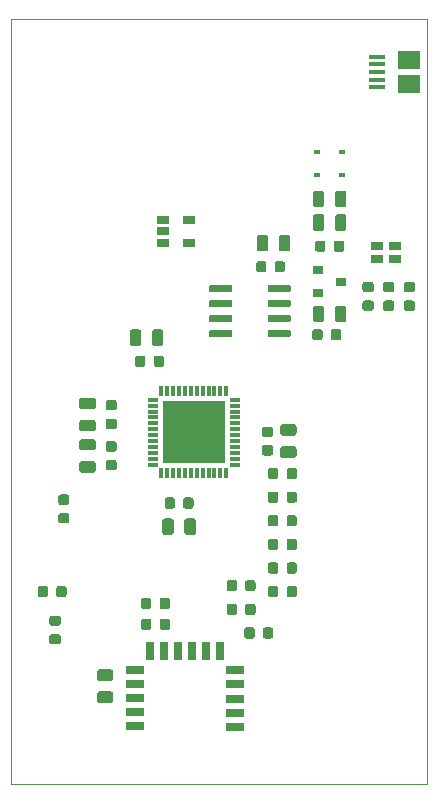
<source format=gtp>
G04 #@! TF.GenerationSoftware,KiCad,Pcbnew,(5.1.5)-3*
G04 #@! TF.CreationDate,2020-05-10T00:15:01-05:00*
G04 #@! TF.ProjectId,PWManager,50574d61-6e61-4676-9572-2e6b69636164,rev?*
G04 #@! TF.SameCoordinates,Original*
G04 #@! TF.FileFunction,Paste,Top*
G04 #@! TF.FilePolarity,Positive*
%FSLAX46Y46*%
G04 Gerber Fmt 4.6, Leading zero omitted, Abs format (unit mm)*
G04 Created by KiCad (PCBNEW (5.1.5)-3) date 2020-05-10 00:15:01*
%MOMM*%
%LPD*%
G04 APERTURE LIST*
%ADD10C,0.050000*%
%ADD11R,0.600000X0.450000*%
%ADD12R,1.060000X0.650000*%
%ADD13C,0.100000*%
%ADD14R,0.900000X0.800000*%
%ADD15R,1.500000X0.700000*%
%ADD16R,0.700000X1.500000*%
%ADD17R,5.250000X5.250000*%
%ADD18R,0.850000X0.300000*%
%ADD19R,0.300000X0.850000*%
%ADD20R,1.900000X1.500000*%
%ADD21R,1.350000X0.400000*%
%ADD22R,1.000000X0.800000*%
G04 APERTURE END LIST*
D10*
X157750000Y-86750000D02*
X157750000Y-22000000D01*
X157750000Y-86750000D02*
X122500000Y-86750000D01*
X122500000Y-86750000D02*
X122500000Y-22000000D01*
X157750000Y-22000000D02*
X122500000Y-22000000D01*
D11*
X148450000Y-35250000D03*
X150550000Y-35250000D03*
X148450000Y-33250000D03*
X150550000Y-33250000D03*
D12*
X137600000Y-39050000D03*
X137600000Y-40950000D03*
X135400000Y-40950000D03*
X135400000Y-40000000D03*
X135400000Y-39050000D03*
D13*
G36*
X143027691Y-71526053D02*
G01*
X143048926Y-71529203D01*
X143069750Y-71534419D01*
X143089962Y-71541651D01*
X143109368Y-71550830D01*
X143127781Y-71561866D01*
X143145024Y-71574654D01*
X143160930Y-71589070D01*
X143175346Y-71604976D01*
X143188134Y-71622219D01*
X143199170Y-71640632D01*
X143208349Y-71660038D01*
X143215581Y-71680250D01*
X143220797Y-71701074D01*
X143223947Y-71722309D01*
X143225000Y-71743750D01*
X143225000Y-72256250D01*
X143223947Y-72277691D01*
X143220797Y-72298926D01*
X143215581Y-72319750D01*
X143208349Y-72339962D01*
X143199170Y-72359368D01*
X143188134Y-72377781D01*
X143175346Y-72395024D01*
X143160930Y-72410930D01*
X143145024Y-72425346D01*
X143127781Y-72438134D01*
X143109368Y-72449170D01*
X143089962Y-72458349D01*
X143069750Y-72465581D01*
X143048926Y-72470797D01*
X143027691Y-72473947D01*
X143006250Y-72475000D01*
X142568750Y-72475000D01*
X142547309Y-72473947D01*
X142526074Y-72470797D01*
X142505250Y-72465581D01*
X142485038Y-72458349D01*
X142465632Y-72449170D01*
X142447219Y-72438134D01*
X142429976Y-72425346D01*
X142414070Y-72410930D01*
X142399654Y-72395024D01*
X142386866Y-72377781D01*
X142375830Y-72359368D01*
X142366651Y-72339962D01*
X142359419Y-72319750D01*
X142354203Y-72298926D01*
X142351053Y-72277691D01*
X142350000Y-72256250D01*
X142350000Y-71743750D01*
X142351053Y-71722309D01*
X142354203Y-71701074D01*
X142359419Y-71680250D01*
X142366651Y-71660038D01*
X142375830Y-71640632D01*
X142386866Y-71622219D01*
X142399654Y-71604976D01*
X142414070Y-71589070D01*
X142429976Y-71574654D01*
X142447219Y-71561866D01*
X142465632Y-71550830D01*
X142485038Y-71541651D01*
X142505250Y-71534419D01*
X142526074Y-71529203D01*
X142547309Y-71526053D01*
X142568750Y-71525000D01*
X143006250Y-71525000D01*
X143027691Y-71526053D01*
G37*
G36*
X141452691Y-71526053D02*
G01*
X141473926Y-71529203D01*
X141494750Y-71534419D01*
X141514962Y-71541651D01*
X141534368Y-71550830D01*
X141552781Y-71561866D01*
X141570024Y-71574654D01*
X141585930Y-71589070D01*
X141600346Y-71604976D01*
X141613134Y-71622219D01*
X141624170Y-71640632D01*
X141633349Y-71660038D01*
X141640581Y-71680250D01*
X141645797Y-71701074D01*
X141648947Y-71722309D01*
X141650000Y-71743750D01*
X141650000Y-72256250D01*
X141648947Y-72277691D01*
X141645797Y-72298926D01*
X141640581Y-72319750D01*
X141633349Y-72339962D01*
X141624170Y-72359368D01*
X141613134Y-72377781D01*
X141600346Y-72395024D01*
X141585930Y-72410930D01*
X141570024Y-72425346D01*
X141552781Y-72438134D01*
X141534368Y-72449170D01*
X141514962Y-72458349D01*
X141494750Y-72465581D01*
X141473926Y-72470797D01*
X141452691Y-72473947D01*
X141431250Y-72475000D01*
X140993750Y-72475000D01*
X140972309Y-72473947D01*
X140951074Y-72470797D01*
X140930250Y-72465581D01*
X140910038Y-72458349D01*
X140890632Y-72449170D01*
X140872219Y-72438134D01*
X140854976Y-72425346D01*
X140839070Y-72410930D01*
X140824654Y-72395024D01*
X140811866Y-72377781D01*
X140800830Y-72359368D01*
X140791651Y-72339962D01*
X140784419Y-72319750D01*
X140779203Y-72298926D01*
X140776053Y-72277691D01*
X140775000Y-72256250D01*
X140775000Y-71743750D01*
X140776053Y-71722309D01*
X140779203Y-71701074D01*
X140784419Y-71680250D01*
X140791651Y-71660038D01*
X140800830Y-71640632D01*
X140811866Y-71622219D01*
X140824654Y-71604976D01*
X140839070Y-71589070D01*
X140854976Y-71574654D01*
X140872219Y-71561866D01*
X140890632Y-71550830D01*
X140910038Y-71541651D01*
X140930250Y-71534419D01*
X140951074Y-71529203D01*
X140972309Y-71526053D01*
X140993750Y-71525000D01*
X141431250Y-71525000D01*
X141452691Y-71526053D01*
G37*
G36*
X144952691Y-68026053D02*
G01*
X144973926Y-68029203D01*
X144994750Y-68034419D01*
X145014962Y-68041651D01*
X145034368Y-68050830D01*
X145052781Y-68061866D01*
X145070024Y-68074654D01*
X145085930Y-68089070D01*
X145100346Y-68104976D01*
X145113134Y-68122219D01*
X145124170Y-68140632D01*
X145133349Y-68160038D01*
X145140581Y-68180250D01*
X145145797Y-68201074D01*
X145148947Y-68222309D01*
X145150000Y-68243750D01*
X145150000Y-68756250D01*
X145148947Y-68777691D01*
X145145797Y-68798926D01*
X145140581Y-68819750D01*
X145133349Y-68839962D01*
X145124170Y-68859368D01*
X145113134Y-68877781D01*
X145100346Y-68895024D01*
X145085930Y-68910930D01*
X145070024Y-68925346D01*
X145052781Y-68938134D01*
X145034368Y-68949170D01*
X145014962Y-68958349D01*
X144994750Y-68965581D01*
X144973926Y-68970797D01*
X144952691Y-68973947D01*
X144931250Y-68975000D01*
X144493750Y-68975000D01*
X144472309Y-68973947D01*
X144451074Y-68970797D01*
X144430250Y-68965581D01*
X144410038Y-68958349D01*
X144390632Y-68949170D01*
X144372219Y-68938134D01*
X144354976Y-68925346D01*
X144339070Y-68910930D01*
X144324654Y-68895024D01*
X144311866Y-68877781D01*
X144300830Y-68859368D01*
X144291651Y-68839962D01*
X144284419Y-68819750D01*
X144279203Y-68798926D01*
X144276053Y-68777691D01*
X144275000Y-68756250D01*
X144275000Y-68243750D01*
X144276053Y-68222309D01*
X144279203Y-68201074D01*
X144284419Y-68180250D01*
X144291651Y-68160038D01*
X144300830Y-68140632D01*
X144311866Y-68122219D01*
X144324654Y-68104976D01*
X144339070Y-68089070D01*
X144354976Y-68074654D01*
X144372219Y-68061866D01*
X144390632Y-68050830D01*
X144410038Y-68041651D01*
X144430250Y-68034419D01*
X144451074Y-68029203D01*
X144472309Y-68026053D01*
X144493750Y-68025000D01*
X144931250Y-68025000D01*
X144952691Y-68026053D01*
G37*
G36*
X146527691Y-68026053D02*
G01*
X146548926Y-68029203D01*
X146569750Y-68034419D01*
X146589962Y-68041651D01*
X146609368Y-68050830D01*
X146627781Y-68061866D01*
X146645024Y-68074654D01*
X146660930Y-68089070D01*
X146675346Y-68104976D01*
X146688134Y-68122219D01*
X146699170Y-68140632D01*
X146708349Y-68160038D01*
X146715581Y-68180250D01*
X146720797Y-68201074D01*
X146723947Y-68222309D01*
X146725000Y-68243750D01*
X146725000Y-68756250D01*
X146723947Y-68777691D01*
X146720797Y-68798926D01*
X146715581Y-68819750D01*
X146708349Y-68839962D01*
X146699170Y-68859368D01*
X146688134Y-68877781D01*
X146675346Y-68895024D01*
X146660930Y-68910930D01*
X146645024Y-68925346D01*
X146627781Y-68938134D01*
X146609368Y-68949170D01*
X146589962Y-68958349D01*
X146569750Y-68965581D01*
X146548926Y-68970797D01*
X146527691Y-68973947D01*
X146506250Y-68975000D01*
X146068750Y-68975000D01*
X146047309Y-68973947D01*
X146026074Y-68970797D01*
X146005250Y-68965581D01*
X145985038Y-68958349D01*
X145965632Y-68949170D01*
X145947219Y-68938134D01*
X145929976Y-68925346D01*
X145914070Y-68910930D01*
X145899654Y-68895024D01*
X145886866Y-68877781D01*
X145875830Y-68859368D01*
X145866651Y-68839962D01*
X145859419Y-68819750D01*
X145854203Y-68798926D01*
X145851053Y-68777691D01*
X145850000Y-68756250D01*
X145850000Y-68243750D01*
X145851053Y-68222309D01*
X145854203Y-68201074D01*
X145859419Y-68180250D01*
X145866651Y-68160038D01*
X145875830Y-68140632D01*
X145886866Y-68122219D01*
X145899654Y-68104976D01*
X145914070Y-68089070D01*
X145929976Y-68074654D01*
X145947219Y-68061866D01*
X145965632Y-68050830D01*
X145985038Y-68041651D01*
X146005250Y-68034419D01*
X146026074Y-68029203D01*
X146047309Y-68026053D01*
X146068750Y-68025000D01*
X146506250Y-68025000D01*
X146527691Y-68026053D01*
G37*
G36*
X144952691Y-64026053D02*
G01*
X144973926Y-64029203D01*
X144994750Y-64034419D01*
X145014962Y-64041651D01*
X145034368Y-64050830D01*
X145052781Y-64061866D01*
X145070024Y-64074654D01*
X145085930Y-64089070D01*
X145100346Y-64104976D01*
X145113134Y-64122219D01*
X145124170Y-64140632D01*
X145133349Y-64160038D01*
X145140581Y-64180250D01*
X145145797Y-64201074D01*
X145148947Y-64222309D01*
X145150000Y-64243750D01*
X145150000Y-64756250D01*
X145148947Y-64777691D01*
X145145797Y-64798926D01*
X145140581Y-64819750D01*
X145133349Y-64839962D01*
X145124170Y-64859368D01*
X145113134Y-64877781D01*
X145100346Y-64895024D01*
X145085930Y-64910930D01*
X145070024Y-64925346D01*
X145052781Y-64938134D01*
X145034368Y-64949170D01*
X145014962Y-64958349D01*
X144994750Y-64965581D01*
X144973926Y-64970797D01*
X144952691Y-64973947D01*
X144931250Y-64975000D01*
X144493750Y-64975000D01*
X144472309Y-64973947D01*
X144451074Y-64970797D01*
X144430250Y-64965581D01*
X144410038Y-64958349D01*
X144390632Y-64949170D01*
X144372219Y-64938134D01*
X144354976Y-64925346D01*
X144339070Y-64910930D01*
X144324654Y-64895024D01*
X144311866Y-64877781D01*
X144300830Y-64859368D01*
X144291651Y-64839962D01*
X144284419Y-64819750D01*
X144279203Y-64798926D01*
X144276053Y-64777691D01*
X144275000Y-64756250D01*
X144275000Y-64243750D01*
X144276053Y-64222309D01*
X144279203Y-64201074D01*
X144284419Y-64180250D01*
X144291651Y-64160038D01*
X144300830Y-64140632D01*
X144311866Y-64122219D01*
X144324654Y-64104976D01*
X144339070Y-64089070D01*
X144354976Y-64074654D01*
X144372219Y-64061866D01*
X144390632Y-64050830D01*
X144410038Y-64041651D01*
X144430250Y-64034419D01*
X144451074Y-64029203D01*
X144472309Y-64026053D01*
X144493750Y-64025000D01*
X144931250Y-64025000D01*
X144952691Y-64026053D01*
G37*
G36*
X146527691Y-64026053D02*
G01*
X146548926Y-64029203D01*
X146569750Y-64034419D01*
X146589962Y-64041651D01*
X146609368Y-64050830D01*
X146627781Y-64061866D01*
X146645024Y-64074654D01*
X146660930Y-64089070D01*
X146675346Y-64104976D01*
X146688134Y-64122219D01*
X146699170Y-64140632D01*
X146708349Y-64160038D01*
X146715581Y-64180250D01*
X146720797Y-64201074D01*
X146723947Y-64222309D01*
X146725000Y-64243750D01*
X146725000Y-64756250D01*
X146723947Y-64777691D01*
X146720797Y-64798926D01*
X146715581Y-64819750D01*
X146708349Y-64839962D01*
X146699170Y-64859368D01*
X146688134Y-64877781D01*
X146675346Y-64895024D01*
X146660930Y-64910930D01*
X146645024Y-64925346D01*
X146627781Y-64938134D01*
X146609368Y-64949170D01*
X146589962Y-64958349D01*
X146569750Y-64965581D01*
X146548926Y-64970797D01*
X146527691Y-64973947D01*
X146506250Y-64975000D01*
X146068750Y-64975000D01*
X146047309Y-64973947D01*
X146026074Y-64970797D01*
X146005250Y-64965581D01*
X145985038Y-64958349D01*
X145965632Y-64949170D01*
X145947219Y-64938134D01*
X145929976Y-64925346D01*
X145914070Y-64910930D01*
X145899654Y-64895024D01*
X145886866Y-64877781D01*
X145875830Y-64859368D01*
X145866651Y-64839962D01*
X145859419Y-64819750D01*
X145854203Y-64798926D01*
X145851053Y-64777691D01*
X145850000Y-64756250D01*
X145850000Y-64243750D01*
X145851053Y-64222309D01*
X145854203Y-64201074D01*
X145859419Y-64180250D01*
X145866651Y-64160038D01*
X145875830Y-64140632D01*
X145886866Y-64122219D01*
X145899654Y-64104976D01*
X145914070Y-64089070D01*
X145929976Y-64074654D01*
X145947219Y-64061866D01*
X145965632Y-64050830D01*
X145985038Y-64041651D01*
X146005250Y-64034419D01*
X146026074Y-64029203D01*
X146047309Y-64026053D01*
X146068750Y-64025000D01*
X146506250Y-64025000D01*
X146527691Y-64026053D01*
G37*
G36*
X144527691Y-73526053D02*
G01*
X144548926Y-73529203D01*
X144569750Y-73534419D01*
X144589962Y-73541651D01*
X144609368Y-73550830D01*
X144627781Y-73561866D01*
X144645024Y-73574654D01*
X144660930Y-73589070D01*
X144675346Y-73604976D01*
X144688134Y-73622219D01*
X144699170Y-73640632D01*
X144708349Y-73660038D01*
X144715581Y-73680250D01*
X144720797Y-73701074D01*
X144723947Y-73722309D01*
X144725000Y-73743750D01*
X144725000Y-74256250D01*
X144723947Y-74277691D01*
X144720797Y-74298926D01*
X144715581Y-74319750D01*
X144708349Y-74339962D01*
X144699170Y-74359368D01*
X144688134Y-74377781D01*
X144675346Y-74395024D01*
X144660930Y-74410930D01*
X144645024Y-74425346D01*
X144627781Y-74438134D01*
X144609368Y-74449170D01*
X144589962Y-74458349D01*
X144569750Y-74465581D01*
X144548926Y-74470797D01*
X144527691Y-74473947D01*
X144506250Y-74475000D01*
X144068750Y-74475000D01*
X144047309Y-74473947D01*
X144026074Y-74470797D01*
X144005250Y-74465581D01*
X143985038Y-74458349D01*
X143965632Y-74449170D01*
X143947219Y-74438134D01*
X143929976Y-74425346D01*
X143914070Y-74410930D01*
X143899654Y-74395024D01*
X143886866Y-74377781D01*
X143875830Y-74359368D01*
X143866651Y-74339962D01*
X143859419Y-74319750D01*
X143854203Y-74298926D01*
X143851053Y-74277691D01*
X143850000Y-74256250D01*
X143850000Y-73743750D01*
X143851053Y-73722309D01*
X143854203Y-73701074D01*
X143859419Y-73680250D01*
X143866651Y-73660038D01*
X143875830Y-73640632D01*
X143886866Y-73622219D01*
X143899654Y-73604976D01*
X143914070Y-73589070D01*
X143929976Y-73574654D01*
X143947219Y-73561866D01*
X143965632Y-73550830D01*
X143985038Y-73541651D01*
X144005250Y-73534419D01*
X144026074Y-73529203D01*
X144047309Y-73526053D01*
X144068750Y-73525000D01*
X144506250Y-73525000D01*
X144527691Y-73526053D01*
G37*
G36*
X142952691Y-73526053D02*
G01*
X142973926Y-73529203D01*
X142994750Y-73534419D01*
X143014962Y-73541651D01*
X143034368Y-73550830D01*
X143052781Y-73561866D01*
X143070024Y-73574654D01*
X143085930Y-73589070D01*
X143100346Y-73604976D01*
X143113134Y-73622219D01*
X143124170Y-73640632D01*
X143133349Y-73660038D01*
X143140581Y-73680250D01*
X143145797Y-73701074D01*
X143148947Y-73722309D01*
X143150000Y-73743750D01*
X143150000Y-74256250D01*
X143148947Y-74277691D01*
X143145797Y-74298926D01*
X143140581Y-74319750D01*
X143133349Y-74339962D01*
X143124170Y-74359368D01*
X143113134Y-74377781D01*
X143100346Y-74395024D01*
X143085930Y-74410930D01*
X143070024Y-74425346D01*
X143052781Y-74438134D01*
X143034368Y-74449170D01*
X143014962Y-74458349D01*
X142994750Y-74465581D01*
X142973926Y-74470797D01*
X142952691Y-74473947D01*
X142931250Y-74475000D01*
X142493750Y-74475000D01*
X142472309Y-74473947D01*
X142451074Y-74470797D01*
X142430250Y-74465581D01*
X142410038Y-74458349D01*
X142390632Y-74449170D01*
X142372219Y-74438134D01*
X142354976Y-74425346D01*
X142339070Y-74410930D01*
X142324654Y-74395024D01*
X142311866Y-74377781D01*
X142300830Y-74359368D01*
X142291651Y-74339962D01*
X142284419Y-74319750D01*
X142279203Y-74298926D01*
X142276053Y-74277691D01*
X142275000Y-74256250D01*
X142275000Y-73743750D01*
X142276053Y-73722309D01*
X142279203Y-73701074D01*
X142284419Y-73680250D01*
X142291651Y-73660038D01*
X142300830Y-73640632D01*
X142311866Y-73622219D01*
X142324654Y-73604976D01*
X142339070Y-73589070D01*
X142354976Y-73574654D01*
X142372219Y-73561866D01*
X142390632Y-73550830D01*
X142410038Y-73541651D01*
X142430250Y-73534419D01*
X142451074Y-73529203D01*
X142472309Y-73526053D01*
X142493750Y-73525000D01*
X142931250Y-73525000D01*
X142952691Y-73526053D01*
G37*
G36*
X146527691Y-70026053D02*
G01*
X146548926Y-70029203D01*
X146569750Y-70034419D01*
X146589962Y-70041651D01*
X146609368Y-70050830D01*
X146627781Y-70061866D01*
X146645024Y-70074654D01*
X146660930Y-70089070D01*
X146675346Y-70104976D01*
X146688134Y-70122219D01*
X146699170Y-70140632D01*
X146708349Y-70160038D01*
X146715581Y-70180250D01*
X146720797Y-70201074D01*
X146723947Y-70222309D01*
X146725000Y-70243750D01*
X146725000Y-70756250D01*
X146723947Y-70777691D01*
X146720797Y-70798926D01*
X146715581Y-70819750D01*
X146708349Y-70839962D01*
X146699170Y-70859368D01*
X146688134Y-70877781D01*
X146675346Y-70895024D01*
X146660930Y-70910930D01*
X146645024Y-70925346D01*
X146627781Y-70938134D01*
X146609368Y-70949170D01*
X146589962Y-70958349D01*
X146569750Y-70965581D01*
X146548926Y-70970797D01*
X146527691Y-70973947D01*
X146506250Y-70975000D01*
X146068750Y-70975000D01*
X146047309Y-70973947D01*
X146026074Y-70970797D01*
X146005250Y-70965581D01*
X145985038Y-70958349D01*
X145965632Y-70949170D01*
X145947219Y-70938134D01*
X145929976Y-70925346D01*
X145914070Y-70910930D01*
X145899654Y-70895024D01*
X145886866Y-70877781D01*
X145875830Y-70859368D01*
X145866651Y-70839962D01*
X145859419Y-70819750D01*
X145854203Y-70798926D01*
X145851053Y-70777691D01*
X145850000Y-70756250D01*
X145850000Y-70243750D01*
X145851053Y-70222309D01*
X145854203Y-70201074D01*
X145859419Y-70180250D01*
X145866651Y-70160038D01*
X145875830Y-70140632D01*
X145886866Y-70122219D01*
X145899654Y-70104976D01*
X145914070Y-70089070D01*
X145929976Y-70074654D01*
X145947219Y-70061866D01*
X145965632Y-70050830D01*
X145985038Y-70041651D01*
X146005250Y-70034419D01*
X146026074Y-70029203D01*
X146047309Y-70026053D01*
X146068750Y-70025000D01*
X146506250Y-70025000D01*
X146527691Y-70026053D01*
G37*
G36*
X144952691Y-70026053D02*
G01*
X144973926Y-70029203D01*
X144994750Y-70034419D01*
X145014962Y-70041651D01*
X145034368Y-70050830D01*
X145052781Y-70061866D01*
X145070024Y-70074654D01*
X145085930Y-70089070D01*
X145100346Y-70104976D01*
X145113134Y-70122219D01*
X145124170Y-70140632D01*
X145133349Y-70160038D01*
X145140581Y-70180250D01*
X145145797Y-70201074D01*
X145148947Y-70222309D01*
X145150000Y-70243750D01*
X145150000Y-70756250D01*
X145148947Y-70777691D01*
X145145797Y-70798926D01*
X145140581Y-70819750D01*
X145133349Y-70839962D01*
X145124170Y-70859368D01*
X145113134Y-70877781D01*
X145100346Y-70895024D01*
X145085930Y-70910930D01*
X145070024Y-70925346D01*
X145052781Y-70938134D01*
X145034368Y-70949170D01*
X145014962Y-70958349D01*
X144994750Y-70965581D01*
X144973926Y-70970797D01*
X144952691Y-70973947D01*
X144931250Y-70975000D01*
X144493750Y-70975000D01*
X144472309Y-70973947D01*
X144451074Y-70970797D01*
X144430250Y-70965581D01*
X144410038Y-70958349D01*
X144390632Y-70949170D01*
X144372219Y-70938134D01*
X144354976Y-70925346D01*
X144339070Y-70910930D01*
X144324654Y-70895024D01*
X144311866Y-70877781D01*
X144300830Y-70859368D01*
X144291651Y-70839962D01*
X144284419Y-70819750D01*
X144279203Y-70798926D01*
X144276053Y-70777691D01*
X144275000Y-70756250D01*
X144275000Y-70243750D01*
X144276053Y-70222309D01*
X144279203Y-70201074D01*
X144284419Y-70180250D01*
X144291651Y-70160038D01*
X144300830Y-70140632D01*
X144311866Y-70122219D01*
X144324654Y-70104976D01*
X144339070Y-70089070D01*
X144354976Y-70074654D01*
X144372219Y-70061866D01*
X144390632Y-70050830D01*
X144410038Y-70041651D01*
X144430250Y-70034419D01*
X144451074Y-70029203D01*
X144472309Y-70026053D01*
X144493750Y-70025000D01*
X144931250Y-70025000D01*
X144952691Y-70026053D01*
G37*
G36*
X146527691Y-60026053D02*
G01*
X146548926Y-60029203D01*
X146569750Y-60034419D01*
X146589962Y-60041651D01*
X146609368Y-60050830D01*
X146627781Y-60061866D01*
X146645024Y-60074654D01*
X146660930Y-60089070D01*
X146675346Y-60104976D01*
X146688134Y-60122219D01*
X146699170Y-60140632D01*
X146708349Y-60160038D01*
X146715581Y-60180250D01*
X146720797Y-60201074D01*
X146723947Y-60222309D01*
X146725000Y-60243750D01*
X146725000Y-60756250D01*
X146723947Y-60777691D01*
X146720797Y-60798926D01*
X146715581Y-60819750D01*
X146708349Y-60839962D01*
X146699170Y-60859368D01*
X146688134Y-60877781D01*
X146675346Y-60895024D01*
X146660930Y-60910930D01*
X146645024Y-60925346D01*
X146627781Y-60938134D01*
X146609368Y-60949170D01*
X146589962Y-60958349D01*
X146569750Y-60965581D01*
X146548926Y-60970797D01*
X146527691Y-60973947D01*
X146506250Y-60975000D01*
X146068750Y-60975000D01*
X146047309Y-60973947D01*
X146026074Y-60970797D01*
X146005250Y-60965581D01*
X145985038Y-60958349D01*
X145965632Y-60949170D01*
X145947219Y-60938134D01*
X145929976Y-60925346D01*
X145914070Y-60910930D01*
X145899654Y-60895024D01*
X145886866Y-60877781D01*
X145875830Y-60859368D01*
X145866651Y-60839962D01*
X145859419Y-60819750D01*
X145854203Y-60798926D01*
X145851053Y-60777691D01*
X145850000Y-60756250D01*
X145850000Y-60243750D01*
X145851053Y-60222309D01*
X145854203Y-60201074D01*
X145859419Y-60180250D01*
X145866651Y-60160038D01*
X145875830Y-60140632D01*
X145886866Y-60122219D01*
X145899654Y-60104976D01*
X145914070Y-60089070D01*
X145929976Y-60074654D01*
X145947219Y-60061866D01*
X145965632Y-60050830D01*
X145985038Y-60041651D01*
X146005250Y-60034419D01*
X146026074Y-60029203D01*
X146047309Y-60026053D01*
X146068750Y-60025000D01*
X146506250Y-60025000D01*
X146527691Y-60026053D01*
G37*
G36*
X144952691Y-60026053D02*
G01*
X144973926Y-60029203D01*
X144994750Y-60034419D01*
X145014962Y-60041651D01*
X145034368Y-60050830D01*
X145052781Y-60061866D01*
X145070024Y-60074654D01*
X145085930Y-60089070D01*
X145100346Y-60104976D01*
X145113134Y-60122219D01*
X145124170Y-60140632D01*
X145133349Y-60160038D01*
X145140581Y-60180250D01*
X145145797Y-60201074D01*
X145148947Y-60222309D01*
X145150000Y-60243750D01*
X145150000Y-60756250D01*
X145148947Y-60777691D01*
X145145797Y-60798926D01*
X145140581Y-60819750D01*
X145133349Y-60839962D01*
X145124170Y-60859368D01*
X145113134Y-60877781D01*
X145100346Y-60895024D01*
X145085930Y-60910930D01*
X145070024Y-60925346D01*
X145052781Y-60938134D01*
X145034368Y-60949170D01*
X145014962Y-60958349D01*
X144994750Y-60965581D01*
X144973926Y-60970797D01*
X144952691Y-60973947D01*
X144931250Y-60975000D01*
X144493750Y-60975000D01*
X144472309Y-60973947D01*
X144451074Y-60970797D01*
X144430250Y-60965581D01*
X144410038Y-60958349D01*
X144390632Y-60949170D01*
X144372219Y-60938134D01*
X144354976Y-60925346D01*
X144339070Y-60910930D01*
X144324654Y-60895024D01*
X144311866Y-60877781D01*
X144300830Y-60859368D01*
X144291651Y-60839962D01*
X144284419Y-60819750D01*
X144279203Y-60798926D01*
X144276053Y-60777691D01*
X144275000Y-60756250D01*
X144275000Y-60243750D01*
X144276053Y-60222309D01*
X144279203Y-60201074D01*
X144284419Y-60180250D01*
X144291651Y-60160038D01*
X144300830Y-60140632D01*
X144311866Y-60122219D01*
X144324654Y-60104976D01*
X144339070Y-60089070D01*
X144354976Y-60074654D01*
X144372219Y-60061866D01*
X144390632Y-60050830D01*
X144410038Y-60041651D01*
X144430250Y-60034419D01*
X144451074Y-60029203D01*
X144472309Y-60026053D01*
X144493750Y-60025000D01*
X144931250Y-60025000D01*
X144952691Y-60026053D01*
G37*
G36*
X135777691Y-71026053D02*
G01*
X135798926Y-71029203D01*
X135819750Y-71034419D01*
X135839962Y-71041651D01*
X135859368Y-71050830D01*
X135877781Y-71061866D01*
X135895024Y-71074654D01*
X135910930Y-71089070D01*
X135925346Y-71104976D01*
X135938134Y-71122219D01*
X135949170Y-71140632D01*
X135958349Y-71160038D01*
X135965581Y-71180250D01*
X135970797Y-71201074D01*
X135973947Y-71222309D01*
X135975000Y-71243750D01*
X135975000Y-71756250D01*
X135973947Y-71777691D01*
X135970797Y-71798926D01*
X135965581Y-71819750D01*
X135958349Y-71839962D01*
X135949170Y-71859368D01*
X135938134Y-71877781D01*
X135925346Y-71895024D01*
X135910930Y-71910930D01*
X135895024Y-71925346D01*
X135877781Y-71938134D01*
X135859368Y-71949170D01*
X135839962Y-71958349D01*
X135819750Y-71965581D01*
X135798926Y-71970797D01*
X135777691Y-71973947D01*
X135756250Y-71975000D01*
X135318750Y-71975000D01*
X135297309Y-71973947D01*
X135276074Y-71970797D01*
X135255250Y-71965581D01*
X135235038Y-71958349D01*
X135215632Y-71949170D01*
X135197219Y-71938134D01*
X135179976Y-71925346D01*
X135164070Y-71910930D01*
X135149654Y-71895024D01*
X135136866Y-71877781D01*
X135125830Y-71859368D01*
X135116651Y-71839962D01*
X135109419Y-71819750D01*
X135104203Y-71798926D01*
X135101053Y-71777691D01*
X135100000Y-71756250D01*
X135100000Y-71243750D01*
X135101053Y-71222309D01*
X135104203Y-71201074D01*
X135109419Y-71180250D01*
X135116651Y-71160038D01*
X135125830Y-71140632D01*
X135136866Y-71122219D01*
X135149654Y-71104976D01*
X135164070Y-71089070D01*
X135179976Y-71074654D01*
X135197219Y-71061866D01*
X135215632Y-71050830D01*
X135235038Y-71041651D01*
X135255250Y-71034419D01*
X135276074Y-71029203D01*
X135297309Y-71026053D01*
X135318750Y-71025000D01*
X135756250Y-71025000D01*
X135777691Y-71026053D01*
G37*
G36*
X134202691Y-71026053D02*
G01*
X134223926Y-71029203D01*
X134244750Y-71034419D01*
X134264962Y-71041651D01*
X134284368Y-71050830D01*
X134302781Y-71061866D01*
X134320024Y-71074654D01*
X134335930Y-71089070D01*
X134350346Y-71104976D01*
X134363134Y-71122219D01*
X134374170Y-71140632D01*
X134383349Y-71160038D01*
X134390581Y-71180250D01*
X134395797Y-71201074D01*
X134398947Y-71222309D01*
X134400000Y-71243750D01*
X134400000Y-71756250D01*
X134398947Y-71777691D01*
X134395797Y-71798926D01*
X134390581Y-71819750D01*
X134383349Y-71839962D01*
X134374170Y-71859368D01*
X134363134Y-71877781D01*
X134350346Y-71895024D01*
X134335930Y-71910930D01*
X134320024Y-71925346D01*
X134302781Y-71938134D01*
X134284368Y-71949170D01*
X134264962Y-71958349D01*
X134244750Y-71965581D01*
X134223926Y-71970797D01*
X134202691Y-71973947D01*
X134181250Y-71975000D01*
X133743750Y-71975000D01*
X133722309Y-71973947D01*
X133701074Y-71970797D01*
X133680250Y-71965581D01*
X133660038Y-71958349D01*
X133640632Y-71949170D01*
X133622219Y-71938134D01*
X133604976Y-71925346D01*
X133589070Y-71910930D01*
X133574654Y-71895024D01*
X133561866Y-71877781D01*
X133550830Y-71859368D01*
X133541651Y-71839962D01*
X133534419Y-71819750D01*
X133529203Y-71798926D01*
X133526053Y-71777691D01*
X133525000Y-71756250D01*
X133525000Y-71243750D01*
X133526053Y-71222309D01*
X133529203Y-71201074D01*
X133534419Y-71180250D01*
X133541651Y-71160038D01*
X133550830Y-71140632D01*
X133561866Y-71122219D01*
X133574654Y-71104976D01*
X133589070Y-71089070D01*
X133604976Y-71074654D01*
X133622219Y-71061866D01*
X133640632Y-71050830D01*
X133660038Y-71041651D01*
X133680250Y-71034419D01*
X133701074Y-71029203D01*
X133722309Y-71026053D01*
X133743750Y-71025000D01*
X134181250Y-71025000D01*
X134202691Y-71026053D01*
G37*
G36*
X156527691Y-45851053D02*
G01*
X156548926Y-45854203D01*
X156569750Y-45859419D01*
X156589962Y-45866651D01*
X156609368Y-45875830D01*
X156627781Y-45886866D01*
X156645024Y-45899654D01*
X156660930Y-45914070D01*
X156675346Y-45929976D01*
X156688134Y-45947219D01*
X156699170Y-45965632D01*
X156708349Y-45985038D01*
X156715581Y-46005250D01*
X156720797Y-46026074D01*
X156723947Y-46047309D01*
X156725000Y-46068750D01*
X156725000Y-46506250D01*
X156723947Y-46527691D01*
X156720797Y-46548926D01*
X156715581Y-46569750D01*
X156708349Y-46589962D01*
X156699170Y-46609368D01*
X156688134Y-46627781D01*
X156675346Y-46645024D01*
X156660930Y-46660930D01*
X156645024Y-46675346D01*
X156627781Y-46688134D01*
X156609368Y-46699170D01*
X156589962Y-46708349D01*
X156569750Y-46715581D01*
X156548926Y-46720797D01*
X156527691Y-46723947D01*
X156506250Y-46725000D01*
X155993750Y-46725000D01*
X155972309Y-46723947D01*
X155951074Y-46720797D01*
X155930250Y-46715581D01*
X155910038Y-46708349D01*
X155890632Y-46699170D01*
X155872219Y-46688134D01*
X155854976Y-46675346D01*
X155839070Y-46660930D01*
X155824654Y-46645024D01*
X155811866Y-46627781D01*
X155800830Y-46609368D01*
X155791651Y-46589962D01*
X155784419Y-46569750D01*
X155779203Y-46548926D01*
X155776053Y-46527691D01*
X155775000Y-46506250D01*
X155775000Y-46068750D01*
X155776053Y-46047309D01*
X155779203Y-46026074D01*
X155784419Y-46005250D01*
X155791651Y-45985038D01*
X155800830Y-45965632D01*
X155811866Y-45947219D01*
X155824654Y-45929976D01*
X155839070Y-45914070D01*
X155854976Y-45899654D01*
X155872219Y-45886866D01*
X155890632Y-45875830D01*
X155910038Y-45866651D01*
X155930250Y-45859419D01*
X155951074Y-45854203D01*
X155972309Y-45851053D01*
X155993750Y-45850000D01*
X156506250Y-45850000D01*
X156527691Y-45851053D01*
G37*
G36*
X156527691Y-44276053D02*
G01*
X156548926Y-44279203D01*
X156569750Y-44284419D01*
X156589962Y-44291651D01*
X156609368Y-44300830D01*
X156627781Y-44311866D01*
X156645024Y-44324654D01*
X156660930Y-44339070D01*
X156675346Y-44354976D01*
X156688134Y-44372219D01*
X156699170Y-44390632D01*
X156708349Y-44410038D01*
X156715581Y-44430250D01*
X156720797Y-44451074D01*
X156723947Y-44472309D01*
X156725000Y-44493750D01*
X156725000Y-44931250D01*
X156723947Y-44952691D01*
X156720797Y-44973926D01*
X156715581Y-44994750D01*
X156708349Y-45014962D01*
X156699170Y-45034368D01*
X156688134Y-45052781D01*
X156675346Y-45070024D01*
X156660930Y-45085930D01*
X156645024Y-45100346D01*
X156627781Y-45113134D01*
X156609368Y-45124170D01*
X156589962Y-45133349D01*
X156569750Y-45140581D01*
X156548926Y-45145797D01*
X156527691Y-45148947D01*
X156506250Y-45150000D01*
X155993750Y-45150000D01*
X155972309Y-45148947D01*
X155951074Y-45145797D01*
X155930250Y-45140581D01*
X155910038Y-45133349D01*
X155890632Y-45124170D01*
X155872219Y-45113134D01*
X155854976Y-45100346D01*
X155839070Y-45085930D01*
X155824654Y-45070024D01*
X155811866Y-45052781D01*
X155800830Y-45034368D01*
X155791651Y-45014962D01*
X155784419Y-44994750D01*
X155779203Y-44973926D01*
X155776053Y-44952691D01*
X155775000Y-44931250D01*
X155775000Y-44493750D01*
X155776053Y-44472309D01*
X155779203Y-44451074D01*
X155784419Y-44430250D01*
X155791651Y-44410038D01*
X155800830Y-44390632D01*
X155811866Y-44372219D01*
X155824654Y-44354976D01*
X155839070Y-44339070D01*
X155854976Y-44324654D01*
X155872219Y-44311866D01*
X155890632Y-44300830D01*
X155910038Y-44291651D01*
X155930250Y-44284419D01*
X155951074Y-44279203D01*
X155972309Y-44276053D01*
X155993750Y-44275000D01*
X156506250Y-44275000D01*
X156527691Y-44276053D01*
G37*
G36*
X153027691Y-45851053D02*
G01*
X153048926Y-45854203D01*
X153069750Y-45859419D01*
X153089962Y-45866651D01*
X153109368Y-45875830D01*
X153127781Y-45886866D01*
X153145024Y-45899654D01*
X153160930Y-45914070D01*
X153175346Y-45929976D01*
X153188134Y-45947219D01*
X153199170Y-45965632D01*
X153208349Y-45985038D01*
X153215581Y-46005250D01*
X153220797Y-46026074D01*
X153223947Y-46047309D01*
X153225000Y-46068750D01*
X153225000Y-46506250D01*
X153223947Y-46527691D01*
X153220797Y-46548926D01*
X153215581Y-46569750D01*
X153208349Y-46589962D01*
X153199170Y-46609368D01*
X153188134Y-46627781D01*
X153175346Y-46645024D01*
X153160930Y-46660930D01*
X153145024Y-46675346D01*
X153127781Y-46688134D01*
X153109368Y-46699170D01*
X153089962Y-46708349D01*
X153069750Y-46715581D01*
X153048926Y-46720797D01*
X153027691Y-46723947D01*
X153006250Y-46725000D01*
X152493750Y-46725000D01*
X152472309Y-46723947D01*
X152451074Y-46720797D01*
X152430250Y-46715581D01*
X152410038Y-46708349D01*
X152390632Y-46699170D01*
X152372219Y-46688134D01*
X152354976Y-46675346D01*
X152339070Y-46660930D01*
X152324654Y-46645024D01*
X152311866Y-46627781D01*
X152300830Y-46609368D01*
X152291651Y-46589962D01*
X152284419Y-46569750D01*
X152279203Y-46548926D01*
X152276053Y-46527691D01*
X152275000Y-46506250D01*
X152275000Y-46068750D01*
X152276053Y-46047309D01*
X152279203Y-46026074D01*
X152284419Y-46005250D01*
X152291651Y-45985038D01*
X152300830Y-45965632D01*
X152311866Y-45947219D01*
X152324654Y-45929976D01*
X152339070Y-45914070D01*
X152354976Y-45899654D01*
X152372219Y-45886866D01*
X152390632Y-45875830D01*
X152410038Y-45866651D01*
X152430250Y-45859419D01*
X152451074Y-45854203D01*
X152472309Y-45851053D01*
X152493750Y-45850000D01*
X153006250Y-45850000D01*
X153027691Y-45851053D01*
G37*
G36*
X153027691Y-44276053D02*
G01*
X153048926Y-44279203D01*
X153069750Y-44284419D01*
X153089962Y-44291651D01*
X153109368Y-44300830D01*
X153127781Y-44311866D01*
X153145024Y-44324654D01*
X153160930Y-44339070D01*
X153175346Y-44354976D01*
X153188134Y-44372219D01*
X153199170Y-44390632D01*
X153208349Y-44410038D01*
X153215581Y-44430250D01*
X153220797Y-44451074D01*
X153223947Y-44472309D01*
X153225000Y-44493750D01*
X153225000Y-44931250D01*
X153223947Y-44952691D01*
X153220797Y-44973926D01*
X153215581Y-44994750D01*
X153208349Y-45014962D01*
X153199170Y-45034368D01*
X153188134Y-45052781D01*
X153175346Y-45070024D01*
X153160930Y-45085930D01*
X153145024Y-45100346D01*
X153127781Y-45113134D01*
X153109368Y-45124170D01*
X153089962Y-45133349D01*
X153069750Y-45140581D01*
X153048926Y-45145797D01*
X153027691Y-45148947D01*
X153006250Y-45150000D01*
X152493750Y-45150000D01*
X152472309Y-45148947D01*
X152451074Y-45145797D01*
X152430250Y-45140581D01*
X152410038Y-45133349D01*
X152390632Y-45124170D01*
X152372219Y-45113134D01*
X152354976Y-45100346D01*
X152339070Y-45085930D01*
X152324654Y-45070024D01*
X152311866Y-45052781D01*
X152300830Y-45034368D01*
X152291651Y-45014962D01*
X152284419Y-44994750D01*
X152279203Y-44973926D01*
X152276053Y-44952691D01*
X152275000Y-44931250D01*
X152275000Y-44493750D01*
X152276053Y-44472309D01*
X152279203Y-44451074D01*
X152284419Y-44430250D01*
X152291651Y-44410038D01*
X152300830Y-44390632D01*
X152311866Y-44372219D01*
X152324654Y-44354976D01*
X152339070Y-44339070D01*
X152354976Y-44324654D01*
X152372219Y-44311866D01*
X152390632Y-44300830D01*
X152410038Y-44291651D01*
X152430250Y-44284419D01*
X152451074Y-44279203D01*
X152472309Y-44276053D01*
X152493750Y-44275000D01*
X153006250Y-44275000D01*
X153027691Y-44276053D01*
G37*
G36*
X154777691Y-45851053D02*
G01*
X154798926Y-45854203D01*
X154819750Y-45859419D01*
X154839962Y-45866651D01*
X154859368Y-45875830D01*
X154877781Y-45886866D01*
X154895024Y-45899654D01*
X154910930Y-45914070D01*
X154925346Y-45929976D01*
X154938134Y-45947219D01*
X154949170Y-45965632D01*
X154958349Y-45985038D01*
X154965581Y-46005250D01*
X154970797Y-46026074D01*
X154973947Y-46047309D01*
X154975000Y-46068750D01*
X154975000Y-46506250D01*
X154973947Y-46527691D01*
X154970797Y-46548926D01*
X154965581Y-46569750D01*
X154958349Y-46589962D01*
X154949170Y-46609368D01*
X154938134Y-46627781D01*
X154925346Y-46645024D01*
X154910930Y-46660930D01*
X154895024Y-46675346D01*
X154877781Y-46688134D01*
X154859368Y-46699170D01*
X154839962Y-46708349D01*
X154819750Y-46715581D01*
X154798926Y-46720797D01*
X154777691Y-46723947D01*
X154756250Y-46725000D01*
X154243750Y-46725000D01*
X154222309Y-46723947D01*
X154201074Y-46720797D01*
X154180250Y-46715581D01*
X154160038Y-46708349D01*
X154140632Y-46699170D01*
X154122219Y-46688134D01*
X154104976Y-46675346D01*
X154089070Y-46660930D01*
X154074654Y-46645024D01*
X154061866Y-46627781D01*
X154050830Y-46609368D01*
X154041651Y-46589962D01*
X154034419Y-46569750D01*
X154029203Y-46548926D01*
X154026053Y-46527691D01*
X154025000Y-46506250D01*
X154025000Y-46068750D01*
X154026053Y-46047309D01*
X154029203Y-46026074D01*
X154034419Y-46005250D01*
X154041651Y-45985038D01*
X154050830Y-45965632D01*
X154061866Y-45947219D01*
X154074654Y-45929976D01*
X154089070Y-45914070D01*
X154104976Y-45899654D01*
X154122219Y-45886866D01*
X154140632Y-45875830D01*
X154160038Y-45866651D01*
X154180250Y-45859419D01*
X154201074Y-45854203D01*
X154222309Y-45851053D01*
X154243750Y-45850000D01*
X154756250Y-45850000D01*
X154777691Y-45851053D01*
G37*
G36*
X154777691Y-44276053D02*
G01*
X154798926Y-44279203D01*
X154819750Y-44284419D01*
X154839962Y-44291651D01*
X154859368Y-44300830D01*
X154877781Y-44311866D01*
X154895024Y-44324654D01*
X154910930Y-44339070D01*
X154925346Y-44354976D01*
X154938134Y-44372219D01*
X154949170Y-44390632D01*
X154958349Y-44410038D01*
X154965581Y-44430250D01*
X154970797Y-44451074D01*
X154973947Y-44472309D01*
X154975000Y-44493750D01*
X154975000Y-44931250D01*
X154973947Y-44952691D01*
X154970797Y-44973926D01*
X154965581Y-44994750D01*
X154958349Y-45014962D01*
X154949170Y-45034368D01*
X154938134Y-45052781D01*
X154925346Y-45070024D01*
X154910930Y-45085930D01*
X154895024Y-45100346D01*
X154877781Y-45113134D01*
X154859368Y-45124170D01*
X154839962Y-45133349D01*
X154819750Y-45140581D01*
X154798926Y-45145797D01*
X154777691Y-45148947D01*
X154756250Y-45150000D01*
X154243750Y-45150000D01*
X154222309Y-45148947D01*
X154201074Y-45145797D01*
X154180250Y-45140581D01*
X154160038Y-45133349D01*
X154140632Y-45124170D01*
X154122219Y-45113134D01*
X154104976Y-45100346D01*
X154089070Y-45085930D01*
X154074654Y-45070024D01*
X154061866Y-45052781D01*
X154050830Y-45034368D01*
X154041651Y-45014962D01*
X154034419Y-44994750D01*
X154029203Y-44973926D01*
X154026053Y-44952691D01*
X154025000Y-44931250D01*
X154025000Y-44493750D01*
X154026053Y-44472309D01*
X154029203Y-44451074D01*
X154034419Y-44430250D01*
X154041651Y-44410038D01*
X154050830Y-44390632D01*
X154061866Y-44372219D01*
X154074654Y-44354976D01*
X154089070Y-44339070D01*
X154104976Y-44324654D01*
X154122219Y-44311866D01*
X154140632Y-44300830D01*
X154160038Y-44291651D01*
X154180250Y-44284419D01*
X154201074Y-44279203D01*
X154222309Y-44276053D01*
X154243750Y-44275000D01*
X154756250Y-44275000D01*
X154777691Y-44276053D01*
G37*
G36*
X127277691Y-63851053D02*
G01*
X127298926Y-63854203D01*
X127319750Y-63859419D01*
X127339962Y-63866651D01*
X127359368Y-63875830D01*
X127377781Y-63886866D01*
X127395024Y-63899654D01*
X127410930Y-63914070D01*
X127425346Y-63929976D01*
X127438134Y-63947219D01*
X127449170Y-63965632D01*
X127458349Y-63985038D01*
X127465581Y-64005250D01*
X127470797Y-64026074D01*
X127473947Y-64047309D01*
X127475000Y-64068750D01*
X127475000Y-64506250D01*
X127473947Y-64527691D01*
X127470797Y-64548926D01*
X127465581Y-64569750D01*
X127458349Y-64589962D01*
X127449170Y-64609368D01*
X127438134Y-64627781D01*
X127425346Y-64645024D01*
X127410930Y-64660930D01*
X127395024Y-64675346D01*
X127377781Y-64688134D01*
X127359368Y-64699170D01*
X127339962Y-64708349D01*
X127319750Y-64715581D01*
X127298926Y-64720797D01*
X127277691Y-64723947D01*
X127256250Y-64725000D01*
X126743750Y-64725000D01*
X126722309Y-64723947D01*
X126701074Y-64720797D01*
X126680250Y-64715581D01*
X126660038Y-64708349D01*
X126640632Y-64699170D01*
X126622219Y-64688134D01*
X126604976Y-64675346D01*
X126589070Y-64660930D01*
X126574654Y-64645024D01*
X126561866Y-64627781D01*
X126550830Y-64609368D01*
X126541651Y-64589962D01*
X126534419Y-64569750D01*
X126529203Y-64548926D01*
X126526053Y-64527691D01*
X126525000Y-64506250D01*
X126525000Y-64068750D01*
X126526053Y-64047309D01*
X126529203Y-64026074D01*
X126534419Y-64005250D01*
X126541651Y-63985038D01*
X126550830Y-63965632D01*
X126561866Y-63947219D01*
X126574654Y-63929976D01*
X126589070Y-63914070D01*
X126604976Y-63899654D01*
X126622219Y-63886866D01*
X126640632Y-63875830D01*
X126660038Y-63866651D01*
X126680250Y-63859419D01*
X126701074Y-63854203D01*
X126722309Y-63851053D01*
X126743750Y-63850000D01*
X127256250Y-63850000D01*
X127277691Y-63851053D01*
G37*
G36*
X127277691Y-62276053D02*
G01*
X127298926Y-62279203D01*
X127319750Y-62284419D01*
X127339962Y-62291651D01*
X127359368Y-62300830D01*
X127377781Y-62311866D01*
X127395024Y-62324654D01*
X127410930Y-62339070D01*
X127425346Y-62354976D01*
X127438134Y-62372219D01*
X127449170Y-62390632D01*
X127458349Y-62410038D01*
X127465581Y-62430250D01*
X127470797Y-62451074D01*
X127473947Y-62472309D01*
X127475000Y-62493750D01*
X127475000Y-62931250D01*
X127473947Y-62952691D01*
X127470797Y-62973926D01*
X127465581Y-62994750D01*
X127458349Y-63014962D01*
X127449170Y-63034368D01*
X127438134Y-63052781D01*
X127425346Y-63070024D01*
X127410930Y-63085930D01*
X127395024Y-63100346D01*
X127377781Y-63113134D01*
X127359368Y-63124170D01*
X127339962Y-63133349D01*
X127319750Y-63140581D01*
X127298926Y-63145797D01*
X127277691Y-63148947D01*
X127256250Y-63150000D01*
X126743750Y-63150000D01*
X126722309Y-63148947D01*
X126701074Y-63145797D01*
X126680250Y-63140581D01*
X126660038Y-63133349D01*
X126640632Y-63124170D01*
X126622219Y-63113134D01*
X126604976Y-63100346D01*
X126589070Y-63085930D01*
X126574654Y-63070024D01*
X126561866Y-63052781D01*
X126550830Y-63034368D01*
X126541651Y-63014962D01*
X126534419Y-62994750D01*
X126529203Y-62973926D01*
X126526053Y-62952691D01*
X126525000Y-62931250D01*
X126525000Y-62493750D01*
X126526053Y-62472309D01*
X126529203Y-62451074D01*
X126534419Y-62430250D01*
X126541651Y-62410038D01*
X126550830Y-62390632D01*
X126561866Y-62372219D01*
X126574654Y-62354976D01*
X126589070Y-62339070D01*
X126604976Y-62324654D01*
X126622219Y-62311866D01*
X126640632Y-62300830D01*
X126660038Y-62291651D01*
X126680250Y-62284419D01*
X126701074Y-62279203D01*
X126722309Y-62276053D01*
X126743750Y-62275000D01*
X127256250Y-62275000D01*
X127277691Y-62276053D01*
G37*
G36*
X125452691Y-70026053D02*
G01*
X125473926Y-70029203D01*
X125494750Y-70034419D01*
X125514962Y-70041651D01*
X125534368Y-70050830D01*
X125552781Y-70061866D01*
X125570024Y-70074654D01*
X125585930Y-70089070D01*
X125600346Y-70104976D01*
X125613134Y-70122219D01*
X125624170Y-70140632D01*
X125633349Y-70160038D01*
X125640581Y-70180250D01*
X125645797Y-70201074D01*
X125648947Y-70222309D01*
X125650000Y-70243750D01*
X125650000Y-70756250D01*
X125648947Y-70777691D01*
X125645797Y-70798926D01*
X125640581Y-70819750D01*
X125633349Y-70839962D01*
X125624170Y-70859368D01*
X125613134Y-70877781D01*
X125600346Y-70895024D01*
X125585930Y-70910930D01*
X125570024Y-70925346D01*
X125552781Y-70938134D01*
X125534368Y-70949170D01*
X125514962Y-70958349D01*
X125494750Y-70965581D01*
X125473926Y-70970797D01*
X125452691Y-70973947D01*
X125431250Y-70975000D01*
X124993750Y-70975000D01*
X124972309Y-70973947D01*
X124951074Y-70970797D01*
X124930250Y-70965581D01*
X124910038Y-70958349D01*
X124890632Y-70949170D01*
X124872219Y-70938134D01*
X124854976Y-70925346D01*
X124839070Y-70910930D01*
X124824654Y-70895024D01*
X124811866Y-70877781D01*
X124800830Y-70859368D01*
X124791651Y-70839962D01*
X124784419Y-70819750D01*
X124779203Y-70798926D01*
X124776053Y-70777691D01*
X124775000Y-70756250D01*
X124775000Y-70243750D01*
X124776053Y-70222309D01*
X124779203Y-70201074D01*
X124784419Y-70180250D01*
X124791651Y-70160038D01*
X124800830Y-70140632D01*
X124811866Y-70122219D01*
X124824654Y-70104976D01*
X124839070Y-70089070D01*
X124854976Y-70074654D01*
X124872219Y-70061866D01*
X124890632Y-70050830D01*
X124910038Y-70041651D01*
X124930250Y-70034419D01*
X124951074Y-70029203D01*
X124972309Y-70026053D01*
X124993750Y-70025000D01*
X125431250Y-70025000D01*
X125452691Y-70026053D01*
G37*
G36*
X127027691Y-70026053D02*
G01*
X127048926Y-70029203D01*
X127069750Y-70034419D01*
X127089962Y-70041651D01*
X127109368Y-70050830D01*
X127127781Y-70061866D01*
X127145024Y-70074654D01*
X127160930Y-70089070D01*
X127175346Y-70104976D01*
X127188134Y-70122219D01*
X127199170Y-70140632D01*
X127208349Y-70160038D01*
X127215581Y-70180250D01*
X127220797Y-70201074D01*
X127223947Y-70222309D01*
X127225000Y-70243750D01*
X127225000Y-70756250D01*
X127223947Y-70777691D01*
X127220797Y-70798926D01*
X127215581Y-70819750D01*
X127208349Y-70839962D01*
X127199170Y-70859368D01*
X127188134Y-70877781D01*
X127175346Y-70895024D01*
X127160930Y-70910930D01*
X127145024Y-70925346D01*
X127127781Y-70938134D01*
X127109368Y-70949170D01*
X127089962Y-70958349D01*
X127069750Y-70965581D01*
X127048926Y-70970797D01*
X127027691Y-70973947D01*
X127006250Y-70975000D01*
X126568750Y-70975000D01*
X126547309Y-70973947D01*
X126526074Y-70970797D01*
X126505250Y-70965581D01*
X126485038Y-70958349D01*
X126465632Y-70949170D01*
X126447219Y-70938134D01*
X126429976Y-70925346D01*
X126414070Y-70910930D01*
X126399654Y-70895024D01*
X126386866Y-70877781D01*
X126375830Y-70859368D01*
X126366651Y-70839962D01*
X126359419Y-70819750D01*
X126354203Y-70798926D01*
X126351053Y-70777691D01*
X126350000Y-70756250D01*
X126350000Y-70243750D01*
X126351053Y-70222309D01*
X126354203Y-70201074D01*
X126359419Y-70180250D01*
X126366651Y-70160038D01*
X126375830Y-70140632D01*
X126386866Y-70122219D01*
X126399654Y-70104976D01*
X126414070Y-70089070D01*
X126429976Y-70074654D01*
X126447219Y-70061866D01*
X126465632Y-70050830D01*
X126485038Y-70041651D01*
X126505250Y-70034419D01*
X126526074Y-70029203D01*
X126547309Y-70026053D01*
X126568750Y-70025000D01*
X127006250Y-70025000D01*
X127027691Y-70026053D01*
G37*
D14*
X150500000Y-44250000D03*
X148500000Y-45200000D03*
X148500000Y-43300000D03*
D13*
G36*
X141114703Y-48355722D02*
G01*
X141129264Y-48357882D01*
X141143543Y-48361459D01*
X141157403Y-48366418D01*
X141170710Y-48372712D01*
X141183336Y-48380280D01*
X141195159Y-48389048D01*
X141206066Y-48398934D01*
X141215952Y-48409841D01*
X141224720Y-48421664D01*
X141232288Y-48434290D01*
X141238582Y-48447597D01*
X141243541Y-48461457D01*
X141247118Y-48475736D01*
X141249278Y-48490297D01*
X141250000Y-48505000D01*
X141250000Y-48805000D01*
X141249278Y-48819703D01*
X141247118Y-48834264D01*
X141243541Y-48848543D01*
X141238582Y-48862403D01*
X141232288Y-48875710D01*
X141224720Y-48888336D01*
X141215952Y-48900159D01*
X141206066Y-48911066D01*
X141195159Y-48920952D01*
X141183336Y-48929720D01*
X141170710Y-48937288D01*
X141157403Y-48943582D01*
X141143543Y-48948541D01*
X141129264Y-48952118D01*
X141114703Y-48954278D01*
X141100000Y-48955000D01*
X139450000Y-48955000D01*
X139435297Y-48954278D01*
X139420736Y-48952118D01*
X139406457Y-48948541D01*
X139392597Y-48943582D01*
X139379290Y-48937288D01*
X139366664Y-48929720D01*
X139354841Y-48920952D01*
X139343934Y-48911066D01*
X139334048Y-48900159D01*
X139325280Y-48888336D01*
X139317712Y-48875710D01*
X139311418Y-48862403D01*
X139306459Y-48848543D01*
X139302882Y-48834264D01*
X139300722Y-48819703D01*
X139300000Y-48805000D01*
X139300000Y-48505000D01*
X139300722Y-48490297D01*
X139302882Y-48475736D01*
X139306459Y-48461457D01*
X139311418Y-48447597D01*
X139317712Y-48434290D01*
X139325280Y-48421664D01*
X139334048Y-48409841D01*
X139343934Y-48398934D01*
X139354841Y-48389048D01*
X139366664Y-48380280D01*
X139379290Y-48372712D01*
X139392597Y-48366418D01*
X139406457Y-48361459D01*
X139420736Y-48357882D01*
X139435297Y-48355722D01*
X139450000Y-48355000D01*
X141100000Y-48355000D01*
X141114703Y-48355722D01*
G37*
G36*
X141114703Y-47085722D02*
G01*
X141129264Y-47087882D01*
X141143543Y-47091459D01*
X141157403Y-47096418D01*
X141170710Y-47102712D01*
X141183336Y-47110280D01*
X141195159Y-47119048D01*
X141206066Y-47128934D01*
X141215952Y-47139841D01*
X141224720Y-47151664D01*
X141232288Y-47164290D01*
X141238582Y-47177597D01*
X141243541Y-47191457D01*
X141247118Y-47205736D01*
X141249278Y-47220297D01*
X141250000Y-47235000D01*
X141250000Y-47535000D01*
X141249278Y-47549703D01*
X141247118Y-47564264D01*
X141243541Y-47578543D01*
X141238582Y-47592403D01*
X141232288Y-47605710D01*
X141224720Y-47618336D01*
X141215952Y-47630159D01*
X141206066Y-47641066D01*
X141195159Y-47650952D01*
X141183336Y-47659720D01*
X141170710Y-47667288D01*
X141157403Y-47673582D01*
X141143543Y-47678541D01*
X141129264Y-47682118D01*
X141114703Y-47684278D01*
X141100000Y-47685000D01*
X139450000Y-47685000D01*
X139435297Y-47684278D01*
X139420736Y-47682118D01*
X139406457Y-47678541D01*
X139392597Y-47673582D01*
X139379290Y-47667288D01*
X139366664Y-47659720D01*
X139354841Y-47650952D01*
X139343934Y-47641066D01*
X139334048Y-47630159D01*
X139325280Y-47618336D01*
X139317712Y-47605710D01*
X139311418Y-47592403D01*
X139306459Y-47578543D01*
X139302882Y-47564264D01*
X139300722Y-47549703D01*
X139300000Y-47535000D01*
X139300000Y-47235000D01*
X139300722Y-47220297D01*
X139302882Y-47205736D01*
X139306459Y-47191457D01*
X139311418Y-47177597D01*
X139317712Y-47164290D01*
X139325280Y-47151664D01*
X139334048Y-47139841D01*
X139343934Y-47128934D01*
X139354841Y-47119048D01*
X139366664Y-47110280D01*
X139379290Y-47102712D01*
X139392597Y-47096418D01*
X139406457Y-47091459D01*
X139420736Y-47087882D01*
X139435297Y-47085722D01*
X139450000Y-47085000D01*
X141100000Y-47085000D01*
X141114703Y-47085722D01*
G37*
G36*
X141114703Y-45815722D02*
G01*
X141129264Y-45817882D01*
X141143543Y-45821459D01*
X141157403Y-45826418D01*
X141170710Y-45832712D01*
X141183336Y-45840280D01*
X141195159Y-45849048D01*
X141206066Y-45858934D01*
X141215952Y-45869841D01*
X141224720Y-45881664D01*
X141232288Y-45894290D01*
X141238582Y-45907597D01*
X141243541Y-45921457D01*
X141247118Y-45935736D01*
X141249278Y-45950297D01*
X141250000Y-45965000D01*
X141250000Y-46265000D01*
X141249278Y-46279703D01*
X141247118Y-46294264D01*
X141243541Y-46308543D01*
X141238582Y-46322403D01*
X141232288Y-46335710D01*
X141224720Y-46348336D01*
X141215952Y-46360159D01*
X141206066Y-46371066D01*
X141195159Y-46380952D01*
X141183336Y-46389720D01*
X141170710Y-46397288D01*
X141157403Y-46403582D01*
X141143543Y-46408541D01*
X141129264Y-46412118D01*
X141114703Y-46414278D01*
X141100000Y-46415000D01*
X139450000Y-46415000D01*
X139435297Y-46414278D01*
X139420736Y-46412118D01*
X139406457Y-46408541D01*
X139392597Y-46403582D01*
X139379290Y-46397288D01*
X139366664Y-46389720D01*
X139354841Y-46380952D01*
X139343934Y-46371066D01*
X139334048Y-46360159D01*
X139325280Y-46348336D01*
X139317712Y-46335710D01*
X139311418Y-46322403D01*
X139306459Y-46308543D01*
X139302882Y-46294264D01*
X139300722Y-46279703D01*
X139300000Y-46265000D01*
X139300000Y-45965000D01*
X139300722Y-45950297D01*
X139302882Y-45935736D01*
X139306459Y-45921457D01*
X139311418Y-45907597D01*
X139317712Y-45894290D01*
X139325280Y-45881664D01*
X139334048Y-45869841D01*
X139343934Y-45858934D01*
X139354841Y-45849048D01*
X139366664Y-45840280D01*
X139379290Y-45832712D01*
X139392597Y-45826418D01*
X139406457Y-45821459D01*
X139420736Y-45817882D01*
X139435297Y-45815722D01*
X139450000Y-45815000D01*
X141100000Y-45815000D01*
X141114703Y-45815722D01*
G37*
G36*
X141114703Y-44545722D02*
G01*
X141129264Y-44547882D01*
X141143543Y-44551459D01*
X141157403Y-44556418D01*
X141170710Y-44562712D01*
X141183336Y-44570280D01*
X141195159Y-44579048D01*
X141206066Y-44588934D01*
X141215952Y-44599841D01*
X141224720Y-44611664D01*
X141232288Y-44624290D01*
X141238582Y-44637597D01*
X141243541Y-44651457D01*
X141247118Y-44665736D01*
X141249278Y-44680297D01*
X141250000Y-44695000D01*
X141250000Y-44995000D01*
X141249278Y-45009703D01*
X141247118Y-45024264D01*
X141243541Y-45038543D01*
X141238582Y-45052403D01*
X141232288Y-45065710D01*
X141224720Y-45078336D01*
X141215952Y-45090159D01*
X141206066Y-45101066D01*
X141195159Y-45110952D01*
X141183336Y-45119720D01*
X141170710Y-45127288D01*
X141157403Y-45133582D01*
X141143543Y-45138541D01*
X141129264Y-45142118D01*
X141114703Y-45144278D01*
X141100000Y-45145000D01*
X139450000Y-45145000D01*
X139435297Y-45144278D01*
X139420736Y-45142118D01*
X139406457Y-45138541D01*
X139392597Y-45133582D01*
X139379290Y-45127288D01*
X139366664Y-45119720D01*
X139354841Y-45110952D01*
X139343934Y-45101066D01*
X139334048Y-45090159D01*
X139325280Y-45078336D01*
X139317712Y-45065710D01*
X139311418Y-45052403D01*
X139306459Y-45038543D01*
X139302882Y-45024264D01*
X139300722Y-45009703D01*
X139300000Y-44995000D01*
X139300000Y-44695000D01*
X139300722Y-44680297D01*
X139302882Y-44665736D01*
X139306459Y-44651457D01*
X139311418Y-44637597D01*
X139317712Y-44624290D01*
X139325280Y-44611664D01*
X139334048Y-44599841D01*
X139343934Y-44588934D01*
X139354841Y-44579048D01*
X139366664Y-44570280D01*
X139379290Y-44562712D01*
X139392597Y-44556418D01*
X139406457Y-44551459D01*
X139420736Y-44547882D01*
X139435297Y-44545722D01*
X139450000Y-44545000D01*
X141100000Y-44545000D01*
X141114703Y-44545722D01*
G37*
G36*
X146064703Y-44545722D02*
G01*
X146079264Y-44547882D01*
X146093543Y-44551459D01*
X146107403Y-44556418D01*
X146120710Y-44562712D01*
X146133336Y-44570280D01*
X146145159Y-44579048D01*
X146156066Y-44588934D01*
X146165952Y-44599841D01*
X146174720Y-44611664D01*
X146182288Y-44624290D01*
X146188582Y-44637597D01*
X146193541Y-44651457D01*
X146197118Y-44665736D01*
X146199278Y-44680297D01*
X146200000Y-44695000D01*
X146200000Y-44995000D01*
X146199278Y-45009703D01*
X146197118Y-45024264D01*
X146193541Y-45038543D01*
X146188582Y-45052403D01*
X146182288Y-45065710D01*
X146174720Y-45078336D01*
X146165952Y-45090159D01*
X146156066Y-45101066D01*
X146145159Y-45110952D01*
X146133336Y-45119720D01*
X146120710Y-45127288D01*
X146107403Y-45133582D01*
X146093543Y-45138541D01*
X146079264Y-45142118D01*
X146064703Y-45144278D01*
X146050000Y-45145000D01*
X144400000Y-45145000D01*
X144385297Y-45144278D01*
X144370736Y-45142118D01*
X144356457Y-45138541D01*
X144342597Y-45133582D01*
X144329290Y-45127288D01*
X144316664Y-45119720D01*
X144304841Y-45110952D01*
X144293934Y-45101066D01*
X144284048Y-45090159D01*
X144275280Y-45078336D01*
X144267712Y-45065710D01*
X144261418Y-45052403D01*
X144256459Y-45038543D01*
X144252882Y-45024264D01*
X144250722Y-45009703D01*
X144250000Y-44995000D01*
X144250000Y-44695000D01*
X144250722Y-44680297D01*
X144252882Y-44665736D01*
X144256459Y-44651457D01*
X144261418Y-44637597D01*
X144267712Y-44624290D01*
X144275280Y-44611664D01*
X144284048Y-44599841D01*
X144293934Y-44588934D01*
X144304841Y-44579048D01*
X144316664Y-44570280D01*
X144329290Y-44562712D01*
X144342597Y-44556418D01*
X144356457Y-44551459D01*
X144370736Y-44547882D01*
X144385297Y-44545722D01*
X144400000Y-44545000D01*
X146050000Y-44545000D01*
X146064703Y-44545722D01*
G37*
G36*
X146064703Y-45815722D02*
G01*
X146079264Y-45817882D01*
X146093543Y-45821459D01*
X146107403Y-45826418D01*
X146120710Y-45832712D01*
X146133336Y-45840280D01*
X146145159Y-45849048D01*
X146156066Y-45858934D01*
X146165952Y-45869841D01*
X146174720Y-45881664D01*
X146182288Y-45894290D01*
X146188582Y-45907597D01*
X146193541Y-45921457D01*
X146197118Y-45935736D01*
X146199278Y-45950297D01*
X146200000Y-45965000D01*
X146200000Y-46265000D01*
X146199278Y-46279703D01*
X146197118Y-46294264D01*
X146193541Y-46308543D01*
X146188582Y-46322403D01*
X146182288Y-46335710D01*
X146174720Y-46348336D01*
X146165952Y-46360159D01*
X146156066Y-46371066D01*
X146145159Y-46380952D01*
X146133336Y-46389720D01*
X146120710Y-46397288D01*
X146107403Y-46403582D01*
X146093543Y-46408541D01*
X146079264Y-46412118D01*
X146064703Y-46414278D01*
X146050000Y-46415000D01*
X144400000Y-46415000D01*
X144385297Y-46414278D01*
X144370736Y-46412118D01*
X144356457Y-46408541D01*
X144342597Y-46403582D01*
X144329290Y-46397288D01*
X144316664Y-46389720D01*
X144304841Y-46380952D01*
X144293934Y-46371066D01*
X144284048Y-46360159D01*
X144275280Y-46348336D01*
X144267712Y-46335710D01*
X144261418Y-46322403D01*
X144256459Y-46308543D01*
X144252882Y-46294264D01*
X144250722Y-46279703D01*
X144250000Y-46265000D01*
X144250000Y-45965000D01*
X144250722Y-45950297D01*
X144252882Y-45935736D01*
X144256459Y-45921457D01*
X144261418Y-45907597D01*
X144267712Y-45894290D01*
X144275280Y-45881664D01*
X144284048Y-45869841D01*
X144293934Y-45858934D01*
X144304841Y-45849048D01*
X144316664Y-45840280D01*
X144329290Y-45832712D01*
X144342597Y-45826418D01*
X144356457Y-45821459D01*
X144370736Y-45817882D01*
X144385297Y-45815722D01*
X144400000Y-45815000D01*
X146050000Y-45815000D01*
X146064703Y-45815722D01*
G37*
G36*
X146064703Y-47085722D02*
G01*
X146079264Y-47087882D01*
X146093543Y-47091459D01*
X146107403Y-47096418D01*
X146120710Y-47102712D01*
X146133336Y-47110280D01*
X146145159Y-47119048D01*
X146156066Y-47128934D01*
X146165952Y-47139841D01*
X146174720Y-47151664D01*
X146182288Y-47164290D01*
X146188582Y-47177597D01*
X146193541Y-47191457D01*
X146197118Y-47205736D01*
X146199278Y-47220297D01*
X146200000Y-47235000D01*
X146200000Y-47535000D01*
X146199278Y-47549703D01*
X146197118Y-47564264D01*
X146193541Y-47578543D01*
X146188582Y-47592403D01*
X146182288Y-47605710D01*
X146174720Y-47618336D01*
X146165952Y-47630159D01*
X146156066Y-47641066D01*
X146145159Y-47650952D01*
X146133336Y-47659720D01*
X146120710Y-47667288D01*
X146107403Y-47673582D01*
X146093543Y-47678541D01*
X146079264Y-47682118D01*
X146064703Y-47684278D01*
X146050000Y-47685000D01*
X144400000Y-47685000D01*
X144385297Y-47684278D01*
X144370736Y-47682118D01*
X144356457Y-47678541D01*
X144342597Y-47673582D01*
X144329290Y-47667288D01*
X144316664Y-47659720D01*
X144304841Y-47650952D01*
X144293934Y-47641066D01*
X144284048Y-47630159D01*
X144275280Y-47618336D01*
X144267712Y-47605710D01*
X144261418Y-47592403D01*
X144256459Y-47578543D01*
X144252882Y-47564264D01*
X144250722Y-47549703D01*
X144250000Y-47535000D01*
X144250000Y-47235000D01*
X144250722Y-47220297D01*
X144252882Y-47205736D01*
X144256459Y-47191457D01*
X144261418Y-47177597D01*
X144267712Y-47164290D01*
X144275280Y-47151664D01*
X144284048Y-47139841D01*
X144293934Y-47128934D01*
X144304841Y-47119048D01*
X144316664Y-47110280D01*
X144329290Y-47102712D01*
X144342597Y-47096418D01*
X144356457Y-47091459D01*
X144370736Y-47087882D01*
X144385297Y-47085722D01*
X144400000Y-47085000D01*
X146050000Y-47085000D01*
X146064703Y-47085722D01*
G37*
G36*
X146064703Y-48355722D02*
G01*
X146079264Y-48357882D01*
X146093543Y-48361459D01*
X146107403Y-48366418D01*
X146120710Y-48372712D01*
X146133336Y-48380280D01*
X146145159Y-48389048D01*
X146156066Y-48398934D01*
X146165952Y-48409841D01*
X146174720Y-48421664D01*
X146182288Y-48434290D01*
X146188582Y-48447597D01*
X146193541Y-48461457D01*
X146197118Y-48475736D01*
X146199278Y-48490297D01*
X146200000Y-48505000D01*
X146200000Y-48805000D01*
X146199278Y-48819703D01*
X146197118Y-48834264D01*
X146193541Y-48848543D01*
X146188582Y-48862403D01*
X146182288Y-48875710D01*
X146174720Y-48888336D01*
X146165952Y-48900159D01*
X146156066Y-48911066D01*
X146145159Y-48920952D01*
X146133336Y-48929720D01*
X146120710Y-48937288D01*
X146107403Y-48943582D01*
X146093543Y-48948541D01*
X146079264Y-48952118D01*
X146064703Y-48954278D01*
X146050000Y-48955000D01*
X144400000Y-48955000D01*
X144385297Y-48954278D01*
X144370736Y-48952118D01*
X144356457Y-48948541D01*
X144342597Y-48943582D01*
X144329290Y-48937288D01*
X144316664Y-48929720D01*
X144304841Y-48920952D01*
X144293934Y-48911066D01*
X144284048Y-48900159D01*
X144275280Y-48888336D01*
X144267712Y-48875710D01*
X144261418Y-48862403D01*
X144256459Y-48848543D01*
X144252882Y-48834264D01*
X144250722Y-48819703D01*
X144250000Y-48805000D01*
X144250000Y-48505000D01*
X144250722Y-48490297D01*
X144252882Y-48475736D01*
X144256459Y-48461457D01*
X144261418Y-48447597D01*
X144267712Y-48434290D01*
X144275280Y-48421664D01*
X144284048Y-48409841D01*
X144293934Y-48398934D01*
X144304841Y-48389048D01*
X144316664Y-48380280D01*
X144329290Y-48372712D01*
X144342597Y-48366418D01*
X144356457Y-48361459D01*
X144370736Y-48357882D01*
X144385297Y-48355722D01*
X144400000Y-48355000D01*
X146050000Y-48355000D01*
X146064703Y-48355722D01*
G37*
D15*
X133000000Y-81900000D03*
X133000000Y-80700000D03*
X133000000Y-79500000D03*
X133000000Y-78300000D03*
X133000000Y-77100000D03*
D16*
X134250000Y-75500000D03*
X135450000Y-75500000D03*
X136650000Y-75500000D03*
X137850000Y-75500000D03*
X139050000Y-75500000D03*
X140250000Y-75500000D03*
D15*
X141500000Y-77150000D03*
X141500000Y-78350000D03*
X141500000Y-79550000D03*
X141500000Y-80750000D03*
X141500000Y-81950000D03*
D17*
X138000000Y-57000000D03*
D18*
X134550000Y-59750000D03*
X134550000Y-59250000D03*
X134550000Y-58750000D03*
X134550000Y-58250000D03*
X134550000Y-57750000D03*
X134550000Y-57250000D03*
X134550000Y-56750000D03*
X134550000Y-56250000D03*
X134550000Y-55750000D03*
X134550000Y-55250000D03*
X134550000Y-54750000D03*
X134550000Y-54250000D03*
D19*
X135250000Y-53550000D03*
X135750000Y-53550000D03*
X136250000Y-53550000D03*
X136750000Y-53550000D03*
X137250000Y-53550000D03*
X137750000Y-53550000D03*
X138250000Y-53550000D03*
X138750000Y-53550000D03*
X139250000Y-53550000D03*
X139750000Y-53550000D03*
X140250000Y-53550000D03*
X140750000Y-53550000D03*
D18*
X141450000Y-54250000D03*
X141450000Y-54750000D03*
X141450000Y-55250000D03*
X141450000Y-55750000D03*
X141450000Y-56250000D03*
X141450000Y-56750000D03*
X141450000Y-57250000D03*
X141450000Y-57750000D03*
X141450000Y-58250000D03*
X141450000Y-58750000D03*
X141450000Y-59250000D03*
X141450000Y-59750000D03*
D19*
X140750000Y-60450000D03*
X140250000Y-60450000D03*
X139750000Y-60450000D03*
X139250000Y-60450000D03*
X138750000Y-60450000D03*
X138250000Y-60450000D03*
X137750000Y-60450000D03*
X137250000Y-60450000D03*
X136750000Y-60450000D03*
X136250000Y-60450000D03*
X135750000Y-60450000D03*
X135250000Y-60450000D03*
D20*
X156237500Y-27500000D03*
D21*
X153537500Y-26500000D03*
X153537500Y-25850000D03*
X153537500Y-25200000D03*
X153537500Y-27800000D03*
X153537500Y-27150000D03*
D20*
X156237500Y-25500000D03*
D22*
X153500000Y-42300000D03*
X155000000Y-42300000D03*
X155000000Y-41200000D03*
X153500000Y-41200000D03*
D13*
G36*
X143027691Y-69526053D02*
G01*
X143048926Y-69529203D01*
X143069750Y-69534419D01*
X143089962Y-69541651D01*
X143109368Y-69550830D01*
X143127781Y-69561866D01*
X143145024Y-69574654D01*
X143160930Y-69589070D01*
X143175346Y-69604976D01*
X143188134Y-69622219D01*
X143199170Y-69640632D01*
X143208349Y-69660038D01*
X143215581Y-69680250D01*
X143220797Y-69701074D01*
X143223947Y-69722309D01*
X143225000Y-69743750D01*
X143225000Y-70256250D01*
X143223947Y-70277691D01*
X143220797Y-70298926D01*
X143215581Y-70319750D01*
X143208349Y-70339962D01*
X143199170Y-70359368D01*
X143188134Y-70377781D01*
X143175346Y-70395024D01*
X143160930Y-70410930D01*
X143145024Y-70425346D01*
X143127781Y-70438134D01*
X143109368Y-70449170D01*
X143089962Y-70458349D01*
X143069750Y-70465581D01*
X143048926Y-70470797D01*
X143027691Y-70473947D01*
X143006250Y-70475000D01*
X142568750Y-70475000D01*
X142547309Y-70473947D01*
X142526074Y-70470797D01*
X142505250Y-70465581D01*
X142485038Y-70458349D01*
X142465632Y-70449170D01*
X142447219Y-70438134D01*
X142429976Y-70425346D01*
X142414070Y-70410930D01*
X142399654Y-70395024D01*
X142386866Y-70377781D01*
X142375830Y-70359368D01*
X142366651Y-70339962D01*
X142359419Y-70319750D01*
X142354203Y-70298926D01*
X142351053Y-70277691D01*
X142350000Y-70256250D01*
X142350000Y-69743750D01*
X142351053Y-69722309D01*
X142354203Y-69701074D01*
X142359419Y-69680250D01*
X142366651Y-69660038D01*
X142375830Y-69640632D01*
X142386866Y-69622219D01*
X142399654Y-69604976D01*
X142414070Y-69589070D01*
X142429976Y-69574654D01*
X142447219Y-69561866D01*
X142465632Y-69550830D01*
X142485038Y-69541651D01*
X142505250Y-69534419D01*
X142526074Y-69529203D01*
X142547309Y-69526053D01*
X142568750Y-69525000D01*
X143006250Y-69525000D01*
X143027691Y-69526053D01*
G37*
G36*
X141452691Y-69526053D02*
G01*
X141473926Y-69529203D01*
X141494750Y-69534419D01*
X141514962Y-69541651D01*
X141534368Y-69550830D01*
X141552781Y-69561866D01*
X141570024Y-69574654D01*
X141585930Y-69589070D01*
X141600346Y-69604976D01*
X141613134Y-69622219D01*
X141624170Y-69640632D01*
X141633349Y-69660038D01*
X141640581Y-69680250D01*
X141645797Y-69701074D01*
X141648947Y-69722309D01*
X141650000Y-69743750D01*
X141650000Y-70256250D01*
X141648947Y-70277691D01*
X141645797Y-70298926D01*
X141640581Y-70319750D01*
X141633349Y-70339962D01*
X141624170Y-70359368D01*
X141613134Y-70377781D01*
X141600346Y-70395024D01*
X141585930Y-70410930D01*
X141570024Y-70425346D01*
X141552781Y-70438134D01*
X141534368Y-70449170D01*
X141514962Y-70458349D01*
X141494750Y-70465581D01*
X141473926Y-70470797D01*
X141452691Y-70473947D01*
X141431250Y-70475000D01*
X140993750Y-70475000D01*
X140972309Y-70473947D01*
X140951074Y-70470797D01*
X140930250Y-70465581D01*
X140910038Y-70458349D01*
X140890632Y-70449170D01*
X140872219Y-70438134D01*
X140854976Y-70425346D01*
X140839070Y-70410930D01*
X140824654Y-70395024D01*
X140811866Y-70377781D01*
X140800830Y-70359368D01*
X140791651Y-70339962D01*
X140784419Y-70319750D01*
X140779203Y-70298926D01*
X140776053Y-70277691D01*
X140775000Y-70256250D01*
X140775000Y-69743750D01*
X140776053Y-69722309D01*
X140779203Y-69701074D01*
X140784419Y-69680250D01*
X140791651Y-69660038D01*
X140800830Y-69640632D01*
X140811866Y-69622219D01*
X140824654Y-69604976D01*
X140839070Y-69589070D01*
X140854976Y-69574654D01*
X140872219Y-69561866D01*
X140890632Y-69550830D01*
X140910038Y-69541651D01*
X140930250Y-69534419D01*
X140951074Y-69529203D01*
X140972309Y-69526053D01*
X140993750Y-69525000D01*
X141431250Y-69525000D01*
X141452691Y-69526053D01*
G37*
G36*
X144952691Y-66026053D02*
G01*
X144973926Y-66029203D01*
X144994750Y-66034419D01*
X145014962Y-66041651D01*
X145034368Y-66050830D01*
X145052781Y-66061866D01*
X145070024Y-66074654D01*
X145085930Y-66089070D01*
X145100346Y-66104976D01*
X145113134Y-66122219D01*
X145124170Y-66140632D01*
X145133349Y-66160038D01*
X145140581Y-66180250D01*
X145145797Y-66201074D01*
X145148947Y-66222309D01*
X145150000Y-66243750D01*
X145150000Y-66756250D01*
X145148947Y-66777691D01*
X145145797Y-66798926D01*
X145140581Y-66819750D01*
X145133349Y-66839962D01*
X145124170Y-66859368D01*
X145113134Y-66877781D01*
X145100346Y-66895024D01*
X145085930Y-66910930D01*
X145070024Y-66925346D01*
X145052781Y-66938134D01*
X145034368Y-66949170D01*
X145014962Y-66958349D01*
X144994750Y-66965581D01*
X144973926Y-66970797D01*
X144952691Y-66973947D01*
X144931250Y-66975000D01*
X144493750Y-66975000D01*
X144472309Y-66973947D01*
X144451074Y-66970797D01*
X144430250Y-66965581D01*
X144410038Y-66958349D01*
X144390632Y-66949170D01*
X144372219Y-66938134D01*
X144354976Y-66925346D01*
X144339070Y-66910930D01*
X144324654Y-66895024D01*
X144311866Y-66877781D01*
X144300830Y-66859368D01*
X144291651Y-66839962D01*
X144284419Y-66819750D01*
X144279203Y-66798926D01*
X144276053Y-66777691D01*
X144275000Y-66756250D01*
X144275000Y-66243750D01*
X144276053Y-66222309D01*
X144279203Y-66201074D01*
X144284419Y-66180250D01*
X144291651Y-66160038D01*
X144300830Y-66140632D01*
X144311866Y-66122219D01*
X144324654Y-66104976D01*
X144339070Y-66089070D01*
X144354976Y-66074654D01*
X144372219Y-66061866D01*
X144390632Y-66050830D01*
X144410038Y-66041651D01*
X144430250Y-66034419D01*
X144451074Y-66029203D01*
X144472309Y-66026053D01*
X144493750Y-66025000D01*
X144931250Y-66025000D01*
X144952691Y-66026053D01*
G37*
G36*
X146527691Y-66026053D02*
G01*
X146548926Y-66029203D01*
X146569750Y-66034419D01*
X146589962Y-66041651D01*
X146609368Y-66050830D01*
X146627781Y-66061866D01*
X146645024Y-66074654D01*
X146660930Y-66089070D01*
X146675346Y-66104976D01*
X146688134Y-66122219D01*
X146699170Y-66140632D01*
X146708349Y-66160038D01*
X146715581Y-66180250D01*
X146720797Y-66201074D01*
X146723947Y-66222309D01*
X146725000Y-66243750D01*
X146725000Y-66756250D01*
X146723947Y-66777691D01*
X146720797Y-66798926D01*
X146715581Y-66819750D01*
X146708349Y-66839962D01*
X146699170Y-66859368D01*
X146688134Y-66877781D01*
X146675346Y-66895024D01*
X146660930Y-66910930D01*
X146645024Y-66925346D01*
X146627781Y-66938134D01*
X146609368Y-66949170D01*
X146589962Y-66958349D01*
X146569750Y-66965581D01*
X146548926Y-66970797D01*
X146527691Y-66973947D01*
X146506250Y-66975000D01*
X146068750Y-66975000D01*
X146047309Y-66973947D01*
X146026074Y-66970797D01*
X146005250Y-66965581D01*
X145985038Y-66958349D01*
X145965632Y-66949170D01*
X145947219Y-66938134D01*
X145929976Y-66925346D01*
X145914070Y-66910930D01*
X145899654Y-66895024D01*
X145886866Y-66877781D01*
X145875830Y-66859368D01*
X145866651Y-66839962D01*
X145859419Y-66819750D01*
X145854203Y-66798926D01*
X145851053Y-66777691D01*
X145850000Y-66756250D01*
X145850000Y-66243750D01*
X145851053Y-66222309D01*
X145854203Y-66201074D01*
X145859419Y-66180250D01*
X145866651Y-66160038D01*
X145875830Y-66140632D01*
X145886866Y-66122219D01*
X145899654Y-66104976D01*
X145914070Y-66089070D01*
X145929976Y-66074654D01*
X145947219Y-66061866D01*
X145965632Y-66050830D01*
X145985038Y-66041651D01*
X146005250Y-66034419D01*
X146026074Y-66029203D01*
X146047309Y-66026053D01*
X146068750Y-66025000D01*
X146506250Y-66025000D01*
X146527691Y-66026053D01*
G37*
G36*
X144952691Y-62026053D02*
G01*
X144973926Y-62029203D01*
X144994750Y-62034419D01*
X145014962Y-62041651D01*
X145034368Y-62050830D01*
X145052781Y-62061866D01*
X145070024Y-62074654D01*
X145085930Y-62089070D01*
X145100346Y-62104976D01*
X145113134Y-62122219D01*
X145124170Y-62140632D01*
X145133349Y-62160038D01*
X145140581Y-62180250D01*
X145145797Y-62201074D01*
X145148947Y-62222309D01*
X145150000Y-62243750D01*
X145150000Y-62756250D01*
X145148947Y-62777691D01*
X145145797Y-62798926D01*
X145140581Y-62819750D01*
X145133349Y-62839962D01*
X145124170Y-62859368D01*
X145113134Y-62877781D01*
X145100346Y-62895024D01*
X145085930Y-62910930D01*
X145070024Y-62925346D01*
X145052781Y-62938134D01*
X145034368Y-62949170D01*
X145014962Y-62958349D01*
X144994750Y-62965581D01*
X144973926Y-62970797D01*
X144952691Y-62973947D01*
X144931250Y-62975000D01*
X144493750Y-62975000D01*
X144472309Y-62973947D01*
X144451074Y-62970797D01*
X144430250Y-62965581D01*
X144410038Y-62958349D01*
X144390632Y-62949170D01*
X144372219Y-62938134D01*
X144354976Y-62925346D01*
X144339070Y-62910930D01*
X144324654Y-62895024D01*
X144311866Y-62877781D01*
X144300830Y-62859368D01*
X144291651Y-62839962D01*
X144284419Y-62819750D01*
X144279203Y-62798926D01*
X144276053Y-62777691D01*
X144275000Y-62756250D01*
X144275000Y-62243750D01*
X144276053Y-62222309D01*
X144279203Y-62201074D01*
X144284419Y-62180250D01*
X144291651Y-62160038D01*
X144300830Y-62140632D01*
X144311866Y-62122219D01*
X144324654Y-62104976D01*
X144339070Y-62089070D01*
X144354976Y-62074654D01*
X144372219Y-62061866D01*
X144390632Y-62050830D01*
X144410038Y-62041651D01*
X144430250Y-62034419D01*
X144451074Y-62029203D01*
X144472309Y-62026053D01*
X144493750Y-62025000D01*
X144931250Y-62025000D01*
X144952691Y-62026053D01*
G37*
G36*
X146527691Y-62026053D02*
G01*
X146548926Y-62029203D01*
X146569750Y-62034419D01*
X146589962Y-62041651D01*
X146609368Y-62050830D01*
X146627781Y-62061866D01*
X146645024Y-62074654D01*
X146660930Y-62089070D01*
X146675346Y-62104976D01*
X146688134Y-62122219D01*
X146699170Y-62140632D01*
X146708349Y-62160038D01*
X146715581Y-62180250D01*
X146720797Y-62201074D01*
X146723947Y-62222309D01*
X146725000Y-62243750D01*
X146725000Y-62756250D01*
X146723947Y-62777691D01*
X146720797Y-62798926D01*
X146715581Y-62819750D01*
X146708349Y-62839962D01*
X146699170Y-62859368D01*
X146688134Y-62877781D01*
X146675346Y-62895024D01*
X146660930Y-62910930D01*
X146645024Y-62925346D01*
X146627781Y-62938134D01*
X146609368Y-62949170D01*
X146589962Y-62958349D01*
X146569750Y-62965581D01*
X146548926Y-62970797D01*
X146527691Y-62973947D01*
X146506250Y-62975000D01*
X146068750Y-62975000D01*
X146047309Y-62973947D01*
X146026074Y-62970797D01*
X146005250Y-62965581D01*
X145985038Y-62958349D01*
X145965632Y-62949170D01*
X145947219Y-62938134D01*
X145929976Y-62925346D01*
X145914070Y-62910930D01*
X145899654Y-62895024D01*
X145886866Y-62877781D01*
X145875830Y-62859368D01*
X145866651Y-62839962D01*
X145859419Y-62819750D01*
X145854203Y-62798926D01*
X145851053Y-62777691D01*
X145850000Y-62756250D01*
X145850000Y-62243750D01*
X145851053Y-62222309D01*
X145854203Y-62201074D01*
X145859419Y-62180250D01*
X145866651Y-62160038D01*
X145875830Y-62140632D01*
X145886866Y-62122219D01*
X145899654Y-62104976D01*
X145914070Y-62089070D01*
X145929976Y-62074654D01*
X145947219Y-62061866D01*
X145965632Y-62050830D01*
X145985038Y-62041651D01*
X146005250Y-62034419D01*
X146026074Y-62029203D01*
X146047309Y-62026053D01*
X146068750Y-62025000D01*
X146506250Y-62025000D01*
X146527691Y-62026053D01*
G37*
G36*
X150277691Y-48276053D02*
G01*
X150298926Y-48279203D01*
X150319750Y-48284419D01*
X150339962Y-48291651D01*
X150359368Y-48300830D01*
X150377781Y-48311866D01*
X150395024Y-48324654D01*
X150410930Y-48339070D01*
X150425346Y-48354976D01*
X150438134Y-48372219D01*
X150449170Y-48390632D01*
X150458349Y-48410038D01*
X150465581Y-48430250D01*
X150470797Y-48451074D01*
X150473947Y-48472309D01*
X150475000Y-48493750D01*
X150475000Y-49006250D01*
X150473947Y-49027691D01*
X150470797Y-49048926D01*
X150465581Y-49069750D01*
X150458349Y-49089962D01*
X150449170Y-49109368D01*
X150438134Y-49127781D01*
X150425346Y-49145024D01*
X150410930Y-49160930D01*
X150395024Y-49175346D01*
X150377781Y-49188134D01*
X150359368Y-49199170D01*
X150339962Y-49208349D01*
X150319750Y-49215581D01*
X150298926Y-49220797D01*
X150277691Y-49223947D01*
X150256250Y-49225000D01*
X149818750Y-49225000D01*
X149797309Y-49223947D01*
X149776074Y-49220797D01*
X149755250Y-49215581D01*
X149735038Y-49208349D01*
X149715632Y-49199170D01*
X149697219Y-49188134D01*
X149679976Y-49175346D01*
X149664070Y-49160930D01*
X149649654Y-49145024D01*
X149636866Y-49127781D01*
X149625830Y-49109368D01*
X149616651Y-49089962D01*
X149609419Y-49069750D01*
X149604203Y-49048926D01*
X149601053Y-49027691D01*
X149600000Y-49006250D01*
X149600000Y-48493750D01*
X149601053Y-48472309D01*
X149604203Y-48451074D01*
X149609419Y-48430250D01*
X149616651Y-48410038D01*
X149625830Y-48390632D01*
X149636866Y-48372219D01*
X149649654Y-48354976D01*
X149664070Y-48339070D01*
X149679976Y-48324654D01*
X149697219Y-48311866D01*
X149715632Y-48300830D01*
X149735038Y-48291651D01*
X149755250Y-48284419D01*
X149776074Y-48279203D01*
X149797309Y-48276053D01*
X149818750Y-48275000D01*
X150256250Y-48275000D01*
X150277691Y-48276053D01*
G37*
G36*
X148702691Y-48276053D02*
G01*
X148723926Y-48279203D01*
X148744750Y-48284419D01*
X148764962Y-48291651D01*
X148784368Y-48300830D01*
X148802781Y-48311866D01*
X148820024Y-48324654D01*
X148835930Y-48339070D01*
X148850346Y-48354976D01*
X148863134Y-48372219D01*
X148874170Y-48390632D01*
X148883349Y-48410038D01*
X148890581Y-48430250D01*
X148895797Y-48451074D01*
X148898947Y-48472309D01*
X148900000Y-48493750D01*
X148900000Y-49006250D01*
X148898947Y-49027691D01*
X148895797Y-49048926D01*
X148890581Y-49069750D01*
X148883349Y-49089962D01*
X148874170Y-49109368D01*
X148863134Y-49127781D01*
X148850346Y-49145024D01*
X148835930Y-49160930D01*
X148820024Y-49175346D01*
X148802781Y-49188134D01*
X148784368Y-49199170D01*
X148764962Y-49208349D01*
X148744750Y-49215581D01*
X148723926Y-49220797D01*
X148702691Y-49223947D01*
X148681250Y-49225000D01*
X148243750Y-49225000D01*
X148222309Y-49223947D01*
X148201074Y-49220797D01*
X148180250Y-49215581D01*
X148160038Y-49208349D01*
X148140632Y-49199170D01*
X148122219Y-49188134D01*
X148104976Y-49175346D01*
X148089070Y-49160930D01*
X148074654Y-49145024D01*
X148061866Y-49127781D01*
X148050830Y-49109368D01*
X148041651Y-49089962D01*
X148034419Y-49069750D01*
X148029203Y-49048926D01*
X148026053Y-49027691D01*
X148025000Y-49006250D01*
X148025000Y-48493750D01*
X148026053Y-48472309D01*
X148029203Y-48451074D01*
X148034419Y-48430250D01*
X148041651Y-48410038D01*
X148050830Y-48390632D01*
X148061866Y-48372219D01*
X148074654Y-48354976D01*
X148089070Y-48339070D01*
X148104976Y-48324654D01*
X148122219Y-48311866D01*
X148140632Y-48300830D01*
X148160038Y-48291651D01*
X148180250Y-48284419D01*
X148201074Y-48279203D01*
X148222309Y-48276053D01*
X148243750Y-48275000D01*
X148681250Y-48275000D01*
X148702691Y-48276053D01*
G37*
G36*
X145955142Y-40301174D02*
G01*
X145978803Y-40304684D01*
X146002007Y-40310496D01*
X146024529Y-40318554D01*
X146046153Y-40328782D01*
X146066670Y-40341079D01*
X146085883Y-40355329D01*
X146103607Y-40371393D01*
X146119671Y-40389117D01*
X146133921Y-40408330D01*
X146146218Y-40428847D01*
X146156446Y-40450471D01*
X146164504Y-40472993D01*
X146170316Y-40496197D01*
X146173826Y-40519858D01*
X146175000Y-40543750D01*
X146175000Y-41456250D01*
X146173826Y-41480142D01*
X146170316Y-41503803D01*
X146164504Y-41527007D01*
X146156446Y-41549529D01*
X146146218Y-41571153D01*
X146133921Y-41591670D01*
X146119671Y-41610883D01*
X146103607Y-41628607D01*
X146085883Y-41644671D01*
X146066670Y-41658921D01*
X146046153Y-41671218D01*
X146024529Y-41681446D01*
X146002007Y-41689504D01*
X145978803Y-41695316D01*
X145955142Y-41698826D01*
X145931250Y-41700000D01*
X145443750Y-41700000D01*
X145419858Y-41698826D01*
X145396197Y-41695316D01*
X145372993Y-41689504D01*
X145350471Y-41681446D01*
X145328847Y-41671218D01*
X145308330Y-41658921D01*
X145289117Y-41644671D01*
X145271393Y-41628607D01*
X145255329Y-41610883D01*
X145241079Y-41591670D01*
X145228782Y-41571153D01*
X145218554Y-41549529D01*
X145210496Y-41527007D01*
X145204684Y-41503803D01*
X145201174Y-41480142D01*
X145200000Y-41456250D01*
X145200000Y-40543750D01*
X145201174Y-40519858D01*
X145204684Y-40496197D01*
X145210496Y-40472993D01*
X145218554Y-40450471D01*
X145228782Y-40428847D01*
X145241079Y-40408330D01*
X145255329Y-40389117D01*
X145271393Y-40371393D01*
X145289117Y-40355329D01*
X145308330Y-40341079D01*
X145328847Y-40328782D01*
X145350471Y-40318554D01*
X145372993Y-40310496D01*
X145396197Y-40304684D01*
X145419858Y-40301174D01*
X145443750Y-40300000D01*
X145931250Y-40300000D01*
X145955142Y-40301174D01*
G37*
G36*
X144080142Y-40301174D02*
G01*
X144103803Y-40304684D01*
X144127007Y-40310496D01*
X144149529Y-40318554D01*
X144171153Y-40328782D01*
X144191670Y-40341079D01*
X144210883Y-40355329D01*
X144228607Y-40371393D01*
X144244671Y-40389117D01*
X144258921Y-40408330D01*
X144271218Y-40428847D01*
X144281446Y-40450471D01*
X144289504Y-40472993D01*
X144295316Y-40496197D01*
X144298826Y-40519858D01*
X144300000Y-40543750D01*
X144300000Y-41456250D01*
X144298826Y-41480142D01*
X144295316Y-41503803D01*
X144289504Y-41527007D01*
X144281446Y-41549529D01*
X144271218Y-41571153D01*
X144258921Y-41591670D01*
X144244671Y-41610883D01*
X144228607Y-41628607D01*
X144210883Y-41644671D01*
X144191670Y-41658921D01*
X144171153Y-41671218D01*
X144149529Y-41681446D01*
X144127007Y-41689504D01*
X144103803Y-41695316D01*
X144080142Y-41698826D01*
X144056250Y-41700000D01*
X143568750Y-41700000D01*
X143544858Y-41698826D01*
X143521197Y-41695316D01*
X143497993Y-41689504D01*
X143475471Y-41681446D01*
X143453847Y-41671218D01*
X143433330Y-41658921D01*
X143414117Y-41644671D01*
X143396393Y-41628607D01*
X143380329Y-41610883D01*
X143366079Y-41591670D01*
X143353782Y-41571153D01*
X143343554Y-41549529D01*
X143335496Y-41527007D01*
X143329684Y-41503803D01*
X143326174Y-41480142D01*
X143325000Y-41456250D01*
X143325000Y-40543750D01*
X143326174Y-40519858D01*
X143329684Y-40496197D01*
X143335496Y-40472993D01*
X143343554Y-40450471D01*
X143353782Y-40428847D01*
X143366079Y-40408330D01*
X143380329Y-40389117D01*
X143396393Y-40371393D01*
X143414117Y-40355329D01*
X143433330Y-40341079D01*
X143453847Y-40328782D01*
X143475471Y-40318554D01*
X143497993Y-40310496D01*
X143521197Y-40304684D01*
X143544858Y-40301174D01*
X143568750Y-40300000D01*
X144056250Y-40300000D01*
X144080142Y-40301174D01*
G37*
G36*
X130980142Y-78951174D02*
G01*
X131003803Y-78954684D01*
X131027007Y-78960496D01*
X131049529Y-78968554D01*
X131071153Y-78978782D01*
X131091670Y-78991079D01*
X131110883Y-79005329D01*
X131128607Y-79021393D01*
X131144671Y-79039117D01*
X131158921Y-79058330D01*
X131171218Y-79078847D01*
X131181446Y-79100471D01*
X131189504Y-79122993D01*
X131195316Y-79146197D01*
X131198826Y-79169858D01*
X131200000Y-79193750D01*
X131200000Y-79681250D01*
X131198826Y-79705142D01*
X131195316Y-79728803D01*
X131189504Y-79752007D01*
X131181446Y-79774529D01*
X131171218Y-79796153D01*
X131158921Y-79816670D01*
X131144671Y-79835883D01*
X131128607Y-79853607D01*
X131110883Y-79869671D01*
X131091670Y-79883921D01*
X131071153Y-79896218D01*
X131049529Y-79906446D01*
X131027007Y-79914504D01*
X131003803Y-79920316D01*
X130980142Y-79923826D01*
X130956250Y-79925000D01*
X130043750Y-79925000D01*
X130019858Y-79923826D01*
X129996197Y-79920316D01*
X129972993Y-79914504D01*
X129950471Y-79906446D01*
X129928847Y-79896218D01*
X129908330Y-79883921D01*
X129889117Y-79869671D01*
X129871393Y-79853607D01*
X129855329Y-79835883D01*
X129841079Y-79816670D01*
X129828782Y-79796153D01*
X129818554Y-79774529D01*
X129810496Y-79752007D01*
X129804684Y-79728803D01*
X129801174Y-79705142D01*
X129800000Y-79681250D01*
X129800000Y-79193750D01*
X129801174Y-79169858D01*
X129804684Y-79146197D01*
X129810496Y-79122993D01*
X129818554Y-79100471D01*
X129828782Y-79078847D01*
X129841079Y-79058330D01*
X129855329Y-79039117D01*
X129871393Y-79021393D01*
X129889117Y-79005329D01*
X129908330Y-78991079D01*
X129928847Y-78978782D01*
X129950471Y-78968554D01*
X129972993Y-78960496D01*
X129996197Y-78954684D01*
X130019858Y-78951174D01*
X130043750Y-78950000D01*
X130956250Y-78950000D01*
X130980142Y-78951174D01*
G37*
G36*
X130980142Y-77076174D02*
G01*
X131003803Y-77079684D01*
X131027007Y-77085496D01*
X131049529Y-77093554D01*
X131071153Y-77103782D01*
X131091670Y-77116079D01*
X131110883Y-77130329D01*
X131128607Y-77146393D01*
X131144671Y-77164117D01*
X131158921Y-77183330D01*
X131171218Y-77203847D01*
X131181446Y-77225471D01*
X131189504Y-77247993D01*
X131195316Y-77271197D01*
X131198826Y-77294858D01*
X131200000Y-77318750D01*
X131200000Y-77806250D01*
X131198826Y-77830142D01*
X131195316Y-77853803D01*
X131189504Y-77877007D01*
X131181446Y-77899529D01*
X131171218Y-77921153D01*
X131158921Y-77941670D01*
X131144671Y-77960883D01*
X131128607Y-77978607D01*
X131110883Y-77994671D01*
X131091670Y-78008921D01*
X131071153Y-78021218D01*
X131049529Y-78031446D01*
X131027007Y-78039504D01*
X131003803Y-78045316D01*
X130980142Y-78048826D01*
X130956250Y-78050000D01*
X130043750Y-78050000D01*
X130019858Y-78048826D01*
X129996197Y-78045316D01*
X129972993Y-78039504D01*
X129950471Y-78031446D01*
X129928847Y-78021218D01*
X129908330Y-78008921D01*
X129889117Y-77994671D01*
X129871393Y-77978607D01*
X129855329Y-77960883D01*
X129841079Y-77941670D01*
X129828782Y-77921153D01*
X129818554Y-77899529D01*
X129810496Y-77877007D01*
X129804684Y-77853803D01*
X129801174Y-77830142D01*
X129800000Y-77806250D01*
X129800000Y-77318750D01*
X129801174Y-77294858D01*
X129804684Y-77271197D01*
X129810496Y-77247993D01*
X129818554Y-77225471D01*
X129828782Y-77203847D01*
X129841079Y-77183330D01*
X129855329Y-77164117D01*
X129871393Y-77146393D01*
X129889117Y-77130329D01*
X129908330Y-77116079D01*
X129928847Y-77103782D01*
X129950471Y-77093554D01*
X129972993Y-77085496D01*
X129996197Y-77079684D01*
X130019858Y-77076174D01*
X130043750Y-77075000D01*
X130956250Y-77075000D01*
X130980142Y-77076174D01*
G37*
G36*
X134202691Y-72776053D02*
G01*
X134223926Y-72779203D01*
X134244750Y-72784419D01*
X134264962Y-72791651D01*
X134284368Y-72800830D01*
X134302781Y-72811866D01*
X134320024Y-72824654D01*
X134335930Y-72839070D01*
X134350346Y-72854976D01*
X134363134Y-72872219D01*
X134374170Y-72890632D01*
X134383349Y-72910038D01*
X134390581Y-72930250D01*
X134395797Y-72951074D01*
X134398947Y-72972309D01*
X134400000Y-72993750D01*
X134400000Y-73506250D01*
X134398947Y-73527691D01*
X134395797Y-73548926D01*
X134390581Y-73569750D01*
X134383349Y-73589962D01*
X134374170Y-73609368D01*
X134363134Y-73627781D01*
X134350346Y-73645024D01*
X134335930Y-73660930D01*
X134320024Y-73675346D01*
X134302781Y-73688134D01*
X134284368Y-73699170D01*
X134264962Y-73708349D01*
X134244750Y-73715581D01*
X134223926Y-73720797D01*
X134202691Y-73723947D01*
X134181250Y-73725000D01*
X133743750Y-73725000D01*
X133722309Y-73723947D01*
X133701074Y-73720797D01*
X133680250Y-73715581D01*
X133660038Y-73708349D01*
X133640632Y-73699170D01*
X133622219Y-73688134D01*
X133604976Y-73675346D01*
X133589070Y-73660930D01*
X133574654Y-73645024D01*
X133561866Y-73627781D01*
X133550830Y-73609368D01*
X133541651Y-73589962D01*
X133534419Y-73569750D01*
X133529203Y-73548926D01*
X133526053Y-73527691D01*
X133525000Y-73506250D01*
X133525000Y-72993750D01*
X133526053Y-72972309D01*
X133529203Y-72951074D01*
X133534419Y-72930250D01*
X133541651Y-72910038D01*
X133550830Y-72890632D01*
X133561866Y-72872219D01*
X133574654Y-72854976D01*
X133589070Y-72839070D01*
X133604976Y-72824654D01*
X133622219Y-72811866D01*
X133640632Y-72800830D01*
X133660038Y-72791651D01*
X133680250Y-72784419D01*
X133701074Y-72779203D01*
X133722309Y-72776053D01*
X133743750Y-72775000D01*
X134181250Y-72775000D01*
X134202691Y-72776053D01*
G37*
G36*
X135777691Y-72776053D02*
G01*
X135798926Y-72779203D01*
X135819750Y-72784419D01*
X135839962Y-72791651D01*
X135859368Y-72800830D01*
X135877781Y-72811866D01*
X135895024Y-72824654D01*
X135910930Y-72839070D01*
X135925346Y-72854976D01*
X135938134Y-72872219D01*
X135949170Y-72890632D01*
X135958349Y-72910038D01*
X135965581Y-72930250D01*
X135970797Y-72951074D01*
X135973947Y-72972309D01*
X135975000Y-72993750D01*
X135975000Y-73506250D01*
X135973947Y-73527691D01*
X135970797Y-73548926D01*
X135965581Y-73569750D01*
X135958349Y-73589962D01*
X135949170Y-73609368D01*
X135938134Y-73627781D01*
X135925346Y-73645024D01*
X135910930Y-73660930D01*
X135895024Y-73675346D01*
X135877781Y-73688134D01*
X135859368Y-73699170D01*
X135839962Y-73708349D01*
X135819750Y-73715581D01*
X135798926Y-73720797D01*
X135777691Y-73723947D01*
X135756250Y-73725000D01*
X135318750Y-73725000D01*
X135297309Y-73723947D01*
X135276074Y-73720797D01*
X135255250Y-73715581D01*
X135235038Y-73708349D01*
X135215632Y-73699170D01*
X135197219Y-73688134D01*
X135179976Y-73675346D01*
X135164070Y-73660930D01*
X135149654Y-73645024D01*
X135136866Y-73627781D01*
X135125830Y-73609368D01*
X135116651Y-73589962D01*
X135109419Y-73569750D01*
X135104203Y-73548926D01*
X135101053Y-73527691D01*
X135100000Y-73506250D01*
X135100000Y-72993750D01*
X135101053Y-72972309D01*
X135104203Y-72951074D01*
X135109419Y-72930250D01*
X135116651Y-72910038D01*
X135125830Y-72890632D01*
X135136866Y-72872219D01*
X135149654Y-72854976D01*
X135164070Y-72839070D01*
X135179976Y-72824654D01*
X135197219Y-72811866D01*
X135215632Y-72800830D01*
X135235038Y-72791651D01*
X135255250Y-72784419D01*
X135276074Y-72779203D01*
X135297309Y-72776053D01*
X135318750Y-72775000D01*
X135756250Y-72775000D01*
X135777691Y-72776053D01*
G37*
G36*
X150705142Y-46301174D02*
G01*
X150728803Y-46304684D01*
X150752007Y-46310496D01*
X150774529Y-46318554D01*
X150796153Y-46328782D01*
X150816670Y-46341079D01*
X150835883Y-46355329D01*
X150853607Y-46371393D01*
X150869671Y-46389117D01*
X150883921Y-46408330D01*
X150896218Y-46428847D01*
X150906446Y-46450471D01*
X150914504Y-46472993D01*
X150920316Y-46496197D01*
X150923826Y-46519858D01*
X150925000Y-46543750D01*
X150925000Y-47456250D01*
X150923826Y-47480142D01*
X150920316Y-47503803D01*
X150914504Y-47527007D01*
X150906446Y-47549529D01*
X150896218Y-47571153D01*
X150883921Y-47591670D01*
X150869671Y-47610883D01*
X150853607Y-47628607D01*
X150835883Y-47644671D01*
X150816670Y-47658921D01*
X150796153Y-47671218D01*
X150774529Y-47681446D01*
X150752007Y-47689504D01*
X150728803Y-47695316D01*
X150705142Y-47698826D01*
X150681250Y-47700000D01*
X150193750Y-47700000D01*
X150169858Y-47698826D01*
X150146197Y-47695316D01*
X150122993Y-47689504D01*
X150100471Y-47681446D01*
X150078847Y-47671218D01*
X150058330Y-47658921D01*
X150039117Y-47644671D01*
X150021393Y-47628607D01*
X150005329Y-47610883D01*
X149991079Y-47591670D01*
X149978782Y-47571153D01*
X149968554Y-47549529D01*
X149960496Y-47527007D01*
X149954684Y-47503803D01*
X149951174Y-47480142D01*
X149950000Y-47456250D01*
X149950000Y-46543750D01*
X149951174Y-46519858D01*
X149954684Y-46496197D01*
X149960496Y-46472993D01*
X149968554Y-46450471D01*
X149978782Y-46428847D01*
X149991079Y-46408330D01*
X150005329Y-46389117D01*
X150021393Y-46371393D01*
X150039117Y-46355329D01*
X150058330Y-46341079D01*
X150078847Y-46328782D01*
X150100471Y-46318554D01*
X150122993Y-46310496D01*
X150146197Y-46304684D01*
X150169858Y-46301174D01*
X150193750Y-46300000D01*
X150681250Y-46300000D01*
X150705142Y-46301174D01*
G37*
G36*
X148830142Y-46301174D02*
G01*
X148853803Y-46304684D01*
X148877007Y-46310496D01*
X148899529Y-46318554D01*
X148921153Y-46328782D01*
X148941670Y-46341079D01*
X148960883Y-46355329D01*
X148978607Y-46371393D01*
X148994671Y-46389117D01*
X149008921Y-46408330D01*
X149021218Y-46428847D01*
X149031446Y-46450471D01*
X149039504Y-46472993D01*
X149045316Y-46496197D01*
X149048826Y-46519858D01*
X149050000Y-46543750D01*
X149050000Y-47456250D01*
X149048826Y-47480142D01*
X149045316Y-47503803D01*
X149039504Y-47527007D01*
X149031446Y-47549529D01*
X149021218Y-47571153D01*
X149008921Y-47591670D01*
X148994671Y-47610883D01*
X148978607Y-47628607D01*
X148960883Y-47644671D01*
X148941670Y-47658921D01*
X148921153Y-47671218D01*
X148899529Y-47681446D01*
X148877007Y-47689504D01*
X148853803Y-47695316D01*
X148830142Y-47698826D01*
X148806250Y-47700000D01*
X148318750Y-47700000D01*
X148294858Y-47698826D01*
X148271197Y-47695316D01*
X148247993Y-47689504D01*
X148225471Y-47681446D01*
X148203847Y-47671218D01*
X148183330Y-47658921D01*
X148164117Y-47644671D01*
X148146393Y-47628607D01*
X148130329Y-47610883D01*
X148116079Y-47591670D01*
X148103782Y-47571153D01*
X148093554Y-47549529D01*
X148085496Y-47527007D01*
X148079684Y-47503803D01*
X148076174Y-47480142D01*
X148075000Y-47456250D01*
X148075000Y-46543750D01*
X148076174Y-46519858D01*
X148079684Y-46496197D01*
X148085496Y-46472993D01*
X148093554Y-46450471D01*
X148103782Y-46428847D01*
X148116079Y-46408330D01*
X148130329Y-46389117D01*
X148146393Y-46371393D01*
X148164117Y-46355329D01*
X148183330Y-46341079D01*
X148203847Y-46328782D01*
X148225471Y-46318554D01*
X148247993Y-46310496D01*
X148271197Y-46304684D01*
X148294858Y-46301174D01*
X148318750Y-46300000D01*
X148806250Y-46300000D01*
X148830142Y-46301174D01*
G37*
G36*
X145527691Y-42526053D02*
G01*
X145548926Y-42529203D01*
X145569750Y-42534419D01*
X145589962Y-42541651D01*
X145609368Y-42550830D01*
X145627781Y-42561866D01*
X145645024Y-42574654D01*
X145660930Y-42589070D01*
X145675346Y-42604976D01*
X145688134Y-42622219D01*
X145699170Y-42640632D01*
X145708349Y-42660038D01*
X145715581Y-42680250D01*
X145720797Y-42701074D01*
X145723947Y-42722309D01*
X145725000Y-42743750D01*
X145725000Y-43256250D01*
X145723947Y-43277691D01*
X145720797Y-43298926D01*
X145715581Y-43319750D01*
X145708349Y-43339962D01*
X145699170Y-43359368D01*
X145688134Y-43377781D01*
X145675346Y-43395024D01*
X145660930Y-43410930D01*
X145645024Y-43425346D01*
X145627781Y-43438134D01*
X145609368Y-43449170D01*
X145589962Y-43458349D01*
X145569750Y-43465581D01*
X145548926Y-43470797D01*
X145527691Y-43473947D01*
X145506250Y-43475000D01*
X145068750Y-43475000D01*
X145047309Y-43473947D01*
X145026074Y-43470797D01*
X145005250Y-43465581D01*
X144985038Y-43458349D01*
X144965632Y-43449170D01*
X144947219Y-43438134D01*
X144929976Y-43425346D01*
X144914070Y-43410930D01*
X144899654Y-43395024D01*
X144886866Y-43377781D01*
X144875830Y-43359368D01*
X144866651Y-43339962D01*
X144859419Y-43319750D01*
X144854203Y-43298926D01*
X144851053Y-43277691D01*
X144850000Y-43256250D01*
X144850000Y-42743750D01*
X144851053Y-42722309D01*
X144854203Y-42701074D01*
X144859419Y-42680250D01*
X144866651Y-42660038D01*
X144875830Y-42640632D01*
X144886866Y-42622219D01*
X144899654Y-42604976D01*
X144914070Y-42589070D01*
X144929976Y-42574654D01*
X144947219Y-42561866D01*
X144965632Y-42550830D01*
X144985038Y-42541651D01*
X145005250Y-42534419D01*
X145026074Y-42529203D01*
X145047309Y-42526053D01*
X145068750Y-42525000D01*
X145506250Y-42525000D01*
X145527691Y-42526053D01*
G37*
G36*
X143952691Y-42526053D02*
G01*
X143973926Y-42529203D01*
X143994750Y-42534419D01*
X144014962Y-42541651D01*
X144034368Y-42550830D01*
X144052781Y-42561866D01*
X144070024Y-42574654D01*
X144085930Y-42589070D01*
X144100346Y-42604976D01*
X144113134Y-42622219D01*
X144124170Y-42640632D01*
X144133349Y-42660038D01*
X144140581Y-42680250D01*
X144145797Y-42701074D01*
X144148947Y-42722309D01*
X144150000Y-42743750D01*
X144150000Y-43256250D01*
X144148947Y-43277691D01*
X144145797Y-43298926D01*
X144140581Y-43319750D01*
X144133349Y-43339962D01*
X144124170Y-43359368D01*
X144113134Y-43377781D01*
X144100346Y-43395024D01*
X144085930Y-43410930D01*
X144070024Y-43425346D01*
X144052781Y-43438134D01*
X144034368Y-43449170D01*
X144014962Y-43458349D01*
X143994750Y-43465581D01*
X143973926Y-43470797D01*
X143952691Y-43473947D01*
X143931250Y-43475000D01*
X143493750Y-43475000D01*
X143472309Y-43473947D01*
X143451074Y-43470797D01*
X143430250Y-43465581D01*
X143410038Y-43458349D01*
X143390632Y-43449170D01*
X143372219Y-43438134D01*
X143354976Y-43425346D01*
X143339070Y-43410930D01*
X143324654Y-43395024D01*
X143311866Y-43377781D01*
X143300830Y-43359368D01*
X143291651Y-43339962D01*
X143284419Y-43319750D01*
X143279203Y-43298926D01*
X143276053Y-43277691D01*
X143275000Y-43256250D01*
X143275000Y-42743750D01*
X143276053Y-42722309D01*
X143279203Y-42701074D01*
X143284419Y-42680250D01*
X143291651Y-42660038D01*
X143300830Y-42640632D01*
X143311866Y-42622219D01*
X143324654Y-42604976D01*
X143339070Y-42589070D01*
X143354976Y-42574654D01*
X143372219Y-42561866D01*
X143390632Y-42550830D01*
X143410038Y-42541651D01*
X143430250Y-42534419D01*
X143451074Y-42529203D01*
X143472309Y-42526053D01*
X143493750Y-42525000D01*
X143931250Y-42525000D01*
X143952691Y-42526053D01*
G37*
G36*
X148952691Y-40776053D02*
G01*
X148973926Y-40779203D01*
X148994750Y-40784419D01*
X149014962Y-40791651D01*
X149034368Y-40800830D01*
X149052781Y-40811866D01*
X149070024Y-40824654D01*
X149085930Y-40839070D01*
X149100346Y-40854976D01*
X149113134Y-40872219D01*
X149124170Y-40890632D01*
X149133349Y-40910038D01*
X149140581Y-40930250D01*
X149145797Y-40951074D01*
X149148947Y-40972309D01*
X149150000Y-40993750D01*
X149150000Y-41506250D01*
X149148947Y-41527691D01*
X149145797Y-41548926D01*
X149140581Y-41569750D01*
X149133349Y-41589962D01*
X149124170Y-41609368D01*
X149113134Y-41627781D01*
X149100346Y-41645024D01*
X149085930Y-41660930D01*
X149070024Y-41675346D01*
X149052781Y-41688134D01*
X149034368Y-41699170D01*
X149014962Y-41708349D01*
X148994750Y-41715581D01*
X148973926Y-41720797D01*
X148952691Y-41723947D01*
X148931250Y-41725000D01*
X148493750Y-41725000D01*
X148472309Y-41723947D01*
X148451074Y-41720797D01*
X148430250Y-41715581D01*
X148410038Y-41708349D01*
X148390632Y-41699170D01*
X148372219Y-41688134D01*
X148354976Y-41675346D01*
X148339070Y-41660930D01*
X148324654Y-41645024D01*
X148311866Y-41627781D01*
X148300830Y-41609368D01*
X148291651Y-41589962D01*
X148284419Y-41569750D01*
X148279203Y-41548926D01*
X148276053Y-41527691D01*
X148275000Y-41506250D01*
X148275000Y-40993750D01*
X148276053Y-40972309D01*
X148279203Y-40951074D01*
X148284419Y-40930250D01*
X148291651Y-40910038D01*
X148300830Y-40890632D01*
X148311866Y-40872219D01*
X148324654Y-40854976D01*
X148339070Y-40839070D01*
X148354976Y-40824654D01*
X148372219Y-40811866D01*
X148390632Y-40800830D01*
X148410038Y-40791651D01*
X148430250Y-40784419D01*
X148451074Y-40779203D01*
X148472309Y-40776053D01*
X148493750Y-40775000D01*
X148931250Y-40775000D01*
X148952691Y-40776053D01*
G37*
G36*
X150527691Y-40776053D02*
G01*
X150548926Y-40779203D01*
X150569750Y-40784419D01*
X150589962Y-40791651D01*
X150609368Y-40800830D01*
X150627781Y-40811866D01*
X150645024Y-40824654D01*
X150660930Y-40839070D01*
X150675346Y-40854976D01*
X150688134Y-40872219D01*
X150699170Y-40890632D01*
X150708349Y-40910038D01*
X150715581Y-40930250D01*
X150720797Y-40951074D01*
X150723947Y-40972309D01*
X150725000Y-40993750D01*
X150725000Y-41506250D01*
X150723947Y-41527691D01*
X150720797Y-41548926D01*
X150715581Y-41569750D01*
X150708349Y-41589962D01*
X150699170Y-41609368D01*
X150688134Y-41627781D01*
X150675346Y-41645024D01*
X150660930Y-41660930D01*
X150645024Y-41675346D01*
X150627781Y-41688134D01*
X150609368Y-41699170D01*
X150589962Y-41708349D01*
X150569750Y-41715581D01*
X150548926Y-41720797D01*
X150527691Y-41723947D01*
X150506250Y-41725000D01*
X150068750Y-41725000D01*
X150047309Y-41723947D01*
X150026074Y-41720797D01*
X150005250Y-41715581D01*
X149985038Y-41708349D01*
X149965632Y-41699170D01*
X149947219Y-41688134D01*
X149929976Y-41675346D01*
X149914070Y-41660930D01*
X149899654Y-41645024D01*
X149886866Y-41627781D01*
X149875830Y-41609368D01*
X149866651Y-41589962D01*
X149859419Y-41569750D01*
X149854203Y-41548926D01*
X149851053Y-41527691D01*
X149850000Y-41506250D01*
X149850000Y-40993750D01*
X149851053Y-40972309D01*
X149854203Y-40951074D01*
X149859419Y-40930250D01*
X149866651Y-40910038D01*
X149875830Y-40890632D01*
X149886866Y-40872219D01*
X149899654Y-40854976D01*
X149914070Y-40839070D01*
X149929976Y-40824654D01*
X149947219Y-40811866D01*
X149965632Y-40800830D01*
X149985038Y-40791651D01*
X150005250Y-40784419D01*
X150026074Y-40779203D01*
X150047309Y-40776053D01*
X150068750Y-40775000D01*
X150506250Y-40775000D01*
X150527691Y-40776053D01*
G37*
G36*
X148830142Y-38551174D02*
G01*
X148853803Y-38554684D01*
X148877007Y-38560496D01*
X148899529Y-38568554D01*
X148921153Y-38578782D01*
X148941670Y-38591079D01*
X148960883Y-38605329D01*
X148978607Y-38621393D01*
X148994671Y-38639117D01*
X149008921Y-38658330D01*
X149021218Y-38678847D01*
X149031446Y-38700471D01*
X149039504Y-38722993D01*
X149045316Y-38746197D01*
X149048826Y-38769858D01*
X149050000Y-38793750D01*
X149050000Y-39706250D01*
X149048826Y-39730142D01*
X149045316Y-39753803D01*
X149039504Y-39777007D01*
X149031446Y-39799529D01*
X149021218Y-39821153D01*
X149008921Y-39841670D01*
X148994671Y-39860883D01*
X148978607Y-39878607D01*
X148960883Y-39894671D01*
X148941670Y-39908921D01*
X148921153Y-39921218D01*
X148899529Y-39931446D01*
X148877007Y-39939504D01*
X148853803Y-39945316D01*
X148830142Y-39948826D01*
X148806250Y-39950000D01*
X148318750Y-39950000D01*
X148294858Y-39948826D01*
X148271197Y-39945316D01*
X148247993Y-39939504D01*
X148225471Y-39931446D01*
X148203847Y-39921218D01*
X148183330Y-39908921D01*
X148164117Y-39894671D01*
X148146393Y-39878607D01*
X148130329Y-39860883D01*
X148116079Y-39841670D01*
X148103782Y-39821153D01*
X148093554Y-39799529D01*
X148085496Y-39777007D01*
X148079684Y-39753803D01*
X148076174Y-39730142D01*
X148075000Y-39706250D01*
X148075000Y-38793750D01*
X148076174Y-38769858D01*
X148079684Y-38746197D01*
X148085496Y-38722993D01*
X148093554Y-38700471D01*
X148103782Y-38678847D01*
X148116079Y-38658330D01*
X148130329Y-38639117D01*
X148146393Y-38621393D01*
X148164117Y-38605329D01*
X148183330Y-38591079D01*
X148203847Y-38578782D01*
X148225471Y-38568554D01*
X148247993Y-38560496D01*
X148271197Y-38554684D01*
X148294858Y-38551174D01*
X148318750Y-38550000D01*
X148806250Y-38550000D01*
X148830142Y-38551174D01*
G37*
G36*
X150705142Y-38551174D02*
G01*
X150728803Y-38554684D01*
X150752007Y-38560496D01*
X150774529Y-38568554D01*
X150796153Y-38578782D01*
X150816670Y-38591079D01*
X150835883Y-38605329D01*
X150853607Y-38621393D01*
X150869671Y-38639117D01*
X150883921Y-38658330D01*
X150896218Y-38678847D01*
X150906446Y-38700471D01*
X150914504Y-38722993D01*
X150920316Y-38746197D01*
X150923826Y-38769858D01*
X150925000Y-38793750D01*
X150925000Y-39706250D01*
X150923826Y-39730142D01*
X150920316Y-39753803D01*
X150914504Y-39777007D01*
X150906446Y-39799529D01*
X150896218Y-39821153D01*
X150883921Y-39841670D01*
X150869671Y-39860883D01*
X150853607Y-39878607D01*
X150835883Y-39894671D01*
X150816670Y-39908921D01*
X150796153Y-39921218D01*
X150774529Y-39931446D01*
X150752007Y-39939504D01*
X150728803Y-39945316D01*
X150705142Y-39948826D01*
X150681250Y-39950000D01*
X150193750Y-39950000D01*
X150169858Y-39948826D01*
X150146197Y-39945316D01*
X150122993Y-39939504D01*
X150100471Y-39931446D01*
X150078847Y-39921218D01*
X150058330Y-39908921D01*
X150039117Y-39894671D01*
X150021393Y-39878607D01*
X150005329Y-39860883D01*
X149991079Y-39841670D01*
X149978782Y-39821153D01*
X149968554Y-39799529D01*
X149960496Y-39777007D01*
X149954684Y-39753803D01*
X149951174Y-39730142D01*
X149950000Y-39706250D01*
X149950000Y-38793750D01*
X149951174Y-38769858D01*
X149954684Y-38746197D01*
X149960496Y-38722993D01*
X149968554Y-38700471D01*
X149978782Y-38678847D01*
X149991079Y-38658330D01*
X150005329Y-38639117D01*
X150021393Y-38621393D01*
X150039117Y-38605329D01*
X150058330Y-38591079D01*
X150078847Y-38578782D01*
X150100471Y-38568554D01*
X150122993Y-38560496D01*
X150146197Y-38554684D01*
X150169858Y-38551174D01*
X150193750Y-38550000D01*
X150681250Y-38550000D01*
X150705142Y-38551174D01*
G37*
G36*
X148830142Y-36551174D02*
G01*
X148853803Y-36554684D01*
X148877007Y-36560496D01*
X148899529Y-36568554D01*
X148921153Y-36578782D01*
X148941670Y-36591079D01*
X148960883Y-36605329D01*
X148978607Y-36621393D01*
X148994671Y-36639117D01*
X149008921Y-36658330D01*
X149021218Y-36678847D01*
X149031446Y-36700471D01*
X149039504Y-36722993D01*
X149045316Y-36746197D01*
X149048826Y-36769858D01*
X149050000Y-36793750D01*
X149050000Y-37706250D01*
X149048826Y-37730142D01*
X149045316Y-37753803D01*
X149039504Y-37777007D01*
X149031446Y-37799529D01*
X149021218Y-37821153D01*
X149008921Y-37841670D01*
X148994671Y-37860883D01*
X148978607Y-37878607D01*
X148960883Y-37894671D01*
X148941670Y-37908921D01*
X148921153Y-37921218D01*
X148899529Y-37931446D01*
X148877007Y-37939504D01*
X148853803Y-37945316D01*
X148830142Y-37948826D01*
X148806250Y-37950000D01*
X148318750Y-37950000D01*
X148294858Y-37948826D01*
X148271197Y-37945316D01*
X148247993Y-37939504D01*
X148225471Y-37931446D01*
X148203847Y-37921218D01*
X148183330Y-37908921D01*
X148164117Y-37894671D01*
X148146393Y-37878607D01*
X148130329Y-37860883D01*
X148116079Y-37841670D01*
X148103782Y-37821153D01*
X148093554Y-37799529D01*
X148085496Y-37777007D01*
X148079684Y-37753803D01*
X148076174Y-37730142D01*
X148075000Y-37706250D01*
X148075000Y-36793750D01*
X148076174Y-36769858D01*
X148079684Y-36746197D01*
X148085496Y-36722993D01*
X148093554Y-36700471D01*
X148103782Y-36678847D01*
X148116079Y-36658330D01*
X148130329Y-36639117D01*
X148146393Y-36621393D01*
X148164117Y-36605329D01*
X148183330Y-36591079D01*
X148203847Y-36578782D01*
X148225471Y-36568554D01*
X148247993Y-36560496D01*
X148271197Y-36554684D01*
X148294858Y-36551174D01*
X148318750Y-36550000D01*
X148806250Y-36550000D01*
X148830142Y-36551174D01*
G37*
G36*
X150705142Y-36551174D02*
G01*
X150728803Y-36554684D01*
X150752007Y-36560496D01*
X150774529Y-36568554D01*
X150796153Y-36578782D01*
X150816670Y-36591079D01*
X150835883Y-36605329D01*
X150853607Y-36621393D01*
X150869671Y-36639117D01*
X150883921Y-36658330D01*
X150896218Y-36678847D01*
X150906446Y-36700471D01*
X150914504Y-36722993D01*
X150920316Y-36746197D01*
X150923826Y-36769858D01*
X150925000Y-36793750D01*
X150925000Y-37706250D01*
X150923826Y-37730142D01*
X150920316Y-37753803D01*
X150914504Y-37777007D01*
X150906446Y-37799529D01*
X150896218Y-37821153D01*
X150883921Y-37841670D01*
X150869671Y-37860883D01*
X150853607Y-37878607D01*
X150835883Y-37894671D01*
X150816670Y-37908921D01*
X150796153Y-37921218D01*
X150774529Y-37931446D01*
X150752007Y-37939504D01*
X150728803Y-37945316D01*
X150705142Y-37948826D01*
X150681250Y-37950000D01*
X150193750Y-37950000D01*
X150169858Y-37948826D01*
X150146197Y-37945316D01*
X150122993Y-37939504D01*
X150100471Y-37931446D01*
X150078847Y-37921218D01*
X150058330Y-37908921D01*
X150039117Y-37894671D01*
X150021393Y-37878607D01*
X150005329Y-37860883D01*
X149991079Y-37841670D01*
X149978782Y-37821153D01*
X149968554Y-37799529D01*
X149960496Y-37777007D01*
X149954684Y-37753803D01*
X149951174Y-37730142D01*
X149950000Y-37706250D01*
X149950000Y-36793750D01*
X149951174Y-36769858D01*
X149954684Y-36746197D01*
X149960496Y-36722993D01*
X149968554Y-36700471D01*
X149978782Y-36678847D01*
X149991079Y-36658330D01*
X150005329Y-36639117D01*
X150021393Y-36621393D01*
X150039117Y-36605329D01*
X150058330Y-36591079D01*
X150078847Y-36578782D01*
X150100471Y-36568554D01*
X150122993Y-36560496D01*
X150146197Y-36554684D01*
X150169858Y-36551174D01*
X150193750Y-36550000D01*
X150681250Y-36550000D01*
X150705142Y-36551174D01*
G37*
G36*
X144527691Y-56526053D02*
G01*
X144548926Y-56529203D01*
X144569750Y-56534419D01*
X144589962Y-56541651D01*
X144609368Y-56550830D01*
X144627781Y-56561866D01*
X144645024Y-56574654D01*
X144660930Y-56589070D01*
X144675346Y-56604976D01*
X144688134Y-56622219D01*
X144699170Y-56640632D01*
X144708349Y-56660038D01*
X144715581Y-56680250D01*
X144720797Y-56701074D01*
X144723947Y-56722309D01*
X144725000Y-56743750D01*
X144725000Y-57181250D01*
X144723947Y-57202691D01*
X144720797Y-57223926D01*
X144715581Y-57244750D01*
X144708349Y-57264962D01*
X144699170Y-57284368D01*
X144688134Y-57302781D01*
X144675346Y-57320024D01*
X144660930Y-57335930D01*
X144645024Y-57350346D01*
X144627781Y-57363134D01*
X144609368Y-57374170D01*
X144589962Y-57383349D01*
X144569750Y-57390581D01*
X144548926Y-57395797D01*
X144527691Y-57398947D01*
X144506250Y-57400000D01*
X143993750Y-57400000D01*
X143972309Y-57398947D01*
X143951074Y-57395797D01*
X143930250Y-57390581D01*
X143910038Y-57383349D01*
X143890632Y-57374170D01*
X143872219Y-57363134D01*
X143854976Y-57350346D01*
X143839070Y-57335930D01*
X143824654Y-57320024D01*
X143811866Y-57302781D01*
X143800830Y-57284368D01*
X143791651Y-57264962D01*
X143784419Y-57244750D01*
X143779203Y-57223926D01*
X143776053Y-57202691D01*
X143775000Y-57181250D01*
X143775000Y-56743750D01*
X143776053Y-56722309D01*
X143779203Y-56701074D01*
X143784419Y-56680250D01*
X143791651Y-56660038D01*
X143800830Y-56640632D01*
X143811866Y-56622219D01*
X143824654Y-56604976D01*
X143839070Y-56589070D01*
X143854976Y-56574654D01*
X143872219Y-56561866D01*
X143890632Y-56550830D01*
X143910038Y-56541651D01*
X143930250Y-56534419D01*
X143951074Y-56529203D01*
X143972309Y-56526053D01*
X143993750Y-56525000D01*
X144506250Y-56525000D01*
X144527691Y-56526053D01*
G37*
G36*
X144527691Y-58101053D02*
G01*
X144548926Y-58104203D01*
X144569750Y-58109419D01*
X144589962Y-58116651D01*
X144609368Y-58125830D01*
X144627781Y-58136866D01*
X144645024Y-58149654D01*
X144660930Y-58164070D01*
X144675346Y-58179976D01*
X144688134Y-58197219D01*
X144699170Y-58215632D01*
X144708349Y-58235038D01*
X144715581Y-58255250D01*
X144720797Y-58276074D01*
X144723947Y-58297309D01*
X144725000Y-58318750D01*
X144725000Y-58756250D01*
X144723947Y-58777691D01*
X144720797Y-58798926D01*
X144715581Y-58819750D01*
X144708349Y-58839962D01*
X144699170Y-58859368D01*
X144688134Y-58877781D01*
X144675346Y-58895024D01*
X144660930Y-58910930D01*
X144645024Y-58925346D01*
X144627781Y-58938134D01*
X144609368Y-58949170D01*
X144589962Y-58958349D01*
X144569750Y-58965581D01*
X144548926Y-58970797D01*
X144527691Y-58973947D01*
X144506250Y-58975000D01*
X143993750Y-58975000D01*
X143972309Y-58973947D01*
X143951074Y-58970797D01*
X143930250Y-58965581D01*
X143910038Y-58958349D01*
X143890632Y-58949170D01*
X143872219Y-58938134D01*
X143854976Y-58925346D01*
X143839070Y-58910930D01*
X143824654Y-58895024D01*
X143811866Y-58877781D01*
X143800830Y-58859368D01*
X143791651Y-58839962D01*
X143784419Y-58819750D01*
X143779203Y-58798926D01*
X143776053Y-58777691D01*
X143775000Y-58756250D01*
X143775000Y-58318750D01*
X143776053Y-58297309D01*
X143779203Y-58276074D01*
X143784419Y-58255250D01*
X143791651Y-58235038D01*
X143800830Y-58215632D01*
X143811866Y-58197219D01*
X143824654Y-58179976D01*
X143839070Y-58164070D01*
X143854976Y-58149654D01*
X143872219Y-58136866D01*
X143890632Y-58125830D01*
X143910038Y-58116651D01*
X143930250Y-58109419D01*
X143951074Y-58104203D01*
X143972309Y-58101053D01*
X143993750Y-58100000D01*
X144506250Y-58100000D01*
X144527691Y-58101053D01*
G37*
G36*
X146480142Y-56326174D02*
G01*
X146503803Y-56329684D01*
X146527007Y-56335496D01*
X146549529Y-56343554D01*
X146571153Y-56353782D01*
X146591670Y-56366079D01*
X146610883Y-56380329D01*
X146628607Y-56396393D01*
X146644671Y-56414117D01*
X146658921Y-56433330D01*
X146671218Y-56453847D01*
X146681446Y-56475471D01*
X146689504Y-56497993D01*
X146695316Y-56521197D01*
X146698826Y-56544858D01*
X146700000Y-56568750D01*
X146700000Y-57056250D01*
X146698826Y-57080142D01*
X146695316Y-57103803D01*
X146689504Y-57127007D01*
X146681446Y-57149529D01*
X146671218Y-57171153D01*
X146658921Y-57191670D01*
X146644671Y-57210883D01*
X146628607Y-57228607D01*
X146610883Y-57244671D01*
X146591670Y-57258921D01*
X146571153Y-57271218D01*
X146549529Y-57281446D01*
X146527007Y-57289504D01*
X146503803Y-57295316D01*
X146480142Y-57298826D01*
X146456250Y-57300000D01*
X145543750Y-57300000D01*
X145519858Y-57298826D01*
X145496197Y-57295316D01*
X145472993Y-57289504D01*
X145450471Y-57281446D01*
X145428847Y-57271218D01*
X145408330Y-57258921D01*
X145389117Y-57244671D01*
X145371393Y-57228607D01*
X145355329Y-57210883D01*
X145341079Y-57191670D01*
X145328782Y-57171153D01*
X145318554Y-57149529D01*
X145310496Y-57127007D01*
X145304684Y-57103803D01*
X145301174Y-57080142D01*
X145300000Y-57056250D01*
X145300000Y-56568750D01*
X145301174Y-56544858D01*
X145304684Y-56521197D01*
X145310496Y-56497993D01*
X145318554Y-56475471D01*
X145328782Y-56453847D01*
X145341079Y-56433330D01*
X145355329Y-56414117D01*
X145371393Y-56396393D01*
X145389117Y-56380329D01*
X145408330Y-56366079D01*
X145428847Y-56353782D01*
X145450471Y-56343554D01*
X145472993Y-56335496D01*
X145496197Y-56329684D01*
X145519858Y-56326174D01*
X145543750Y-56325000D01*
X146456250Y-56325000D01*
X146480142Y-56326174D01*
G37*
G36*
X146480142Y-58201174D02*
G01*
X146503803Y-58204684D01*
X146527007Y-58210496D01*
X146549529Y-58218554D01*
X146571153Y-58228782D01*
X146591670Y-58241079D01*
X146610883Y-58255329D01*
X146628607Y-58271393D01*
X146644671Y-58289117D01*
X146658921Y-58308330D01*
X146671218Y-58328847D01*
X146681446Y-58350471D01*
X146689504Y-58372993D01*
X146695316Y-58396197D01*
X146698826Y-58419858D01*
X146700000Y-58443750D01*
X146700000Y-58931250D01*
X146698826Y-58955142D01*
X146695316Y-58978803D01*
X146689504Y-59002007D01*
X146681446Y-59024529D01*
X146671218Y-59046153D01*
X146658921Y-59066670D01*
X146644671Y-59085883D01*
X146628607Y-59103607D01*
X146610883Y-59119671D01*
X146591670Y-59133921D01*
X146571153Y-59146218D01*
X146549529Y-59156446D01*
X146527007Y-59164504D01*
X146503803Y-59170316D01*
X146480142Y-59173826D01*
X146456250Y-59175000D01*
X145543750Y-59175000D01*
X145519858Y-59173826D01*
X145496197Y-59170316D01*
X145472993Y-59164504D01*
X145450471Y-59156446D01*
X145428847Y-59146218D01*
X145408330Y-59133921D01*
X145389117Y-59119671D01*
X145371393Y-59103607D01*
X145355329Y-59085883D01*
X145341079Y-59066670D01*
X145328782Y-59046153D01*
X145318554Y-59024529D01*
X145310496Y-59002007D01*
X145304684Y-58978803D01*
X145301174Y-58955142D01*
X145300000Y-58931250D01*
X145300000Y-58443750D01*
X145301174Y-58419858D01*
X145304684Y-58396197D01*
X145310496Y-58372993D01*
X145318554Y-58350471D01*
X145328782Y-58328847D01*
X145341079Y-58308330D01*
X145355329Y-58289117D01*
X145371393Y-58271393D01*
X145389117Y-58255329D01*
X145408330Y-58241079D01*
X145428847Y-58228782D01*
X145450471Y-58218554D01*
X145472993Y-58210496D01*
X145496197Y-58204684D01*
X145519858Y-58201174D01*
X145543750Y-58200000D01*
X146456250Y-58200000D01*
X146480142Y-58201174D01*
G37*
G36*
X131277691Y-57776053D02*
G01*
X131298926Y-57779203D01*
X131319750Y-57784419D01*
X131339962Y-57791651D01*
X131359368Y-57800830D01*
X131377781Y-57811866D01*
X131395024Y-57824654D01*
X131410930Y-57839070D01*
X131425346Y-57854976D01*
X131438134Y-57872219D01*
X131449170Y-57890632D01*
X131458349Y-57910038D01*
X131465581Y-57930250D01*
X131470797Y-57951074D01*
X131473947Y-57972309D01*
X131475000Y-57993750D01*
X131475000Y-58431250D01*
X131473947Y-58452691D01*
X131470797Y-58473926D01*
X131465581Y-58494750D01*
X131458349Y-58514962D01*
X131449170Y-58534368D01*
X131438134Y-58552781D01*
X131425346Y-58570024D01*
X131410930Y-58585930D01*
X131395024Y-58600346D01*
X131377781Y-58613134D01*
X131359368Y-58624170D01*
X131339962Y-58633349D01*
X131319750Y-58640581D01*
X131298926Y-58645797D01*
X131277691Y-58648947D01*
X131256250Y-58650000D01*
X130743750Y-58650000D01*
X130722309Y-58648947D01*
X130701074Y-58645797D01*
X130680250Y-58640581D01*
X130660038Y-58633349D01*
X130640632Y-58624170D01*
X130622219Y-58613134D01*
X130604976Y-58600346D01*
X130589070Y-58585930D01*
X130574654Y-58570024D01*
X130561866Y-58552781D01*
X130550830Y-58534368D01*
X130541651Y-58514962D01*
X130534419Y-58494750D01*
X130529203Y-58473926D01*
X130526053Y-58452691D01*
X130525000Y-58431250D01*
X130525000Y-57993750D01*
X130526053Y-57972309D01*
X130529203Y-57951074D01*
X130534419Y-57930250D01*
X130541651Y-57910038D01*
X130550830Y-57890632D01*
X130561866Y-57872219D01*
X130574654Y-57854976D01*
X130589070Y-57839070D01*
X130604976Y-57824654D01*
X130622219Y-57811866D01*
X130640632Y-57800830D01*
X130660038Y-57791651D01*
X130680250Y-57784419D01*
X130701074Y-57779203D01*
X130722309Y-57776053D01*
X130743750Y-57775000D01*
X131256250Y-57775000D01*
X131277691Y-57776053D01*
G37*
G36*
X131277691Y-59351053D02*
G01*
X131298926Y-59354203D01*
X131319750Y-59359419D01*
X131339962Y-59366651D01*
X131359368Y-59375830D01*
X131377781Y-59386866D01*
X131395024Y-59399654D01*
X131410930Y-59414070D01*
X131425346Y-59429976D01*
X131438134Y-59447219D01*
X131449170Y-59465632D01*
X131458349Y-59485038D01*
X131465581Y-59505250D01*
X131470797Y-59526074D01*
X131473947Y-59547309D01*
X131475000Y-59568750D01*
X131475000Y-60006250D01*
X131473947Y-60027691D01*
X131470797Y-60048926D01*
X131465581Y-60069750D01*
X131458349Y-60089962D01*
X131449170Y-60109368D01*
X131438134Y-60127781D01*
X131425346Y-60145024D01*
X131410930Y-60160930D01*
X131395024Y-60175346D01*
X131377781Y-60188134D01*
X131359368Y-60199170D01*
X131339962Y-60208349D01*
X131319750Y-60215581D01*
X131298926Y-60220797D01*
X131277691Y-60223947D01*
X131256250Y-60225000D01*
X130743750Y-60225000D01*
X130722309Y-60223947D01*
X130701074Y-60220797D01*
X130680250Y-60215581D01*
X130660038Y-60208349D01*
X130640632Y-60199170D01*
X130622219Y-60188134D01*
X130604976Y-60175346D01*
X130589070Y-60160930D01*
X130574654Y-60145024D01*
X130561866Y-60127781D01*
X130550830Y-60109368D01*
X130541651Y-60089962D01*
X130534419Y-60069750D01*
X130529203Y-60048926D01*
X130526053Y-60027691D01*
X130525000Y-60006250D01*
X130525000Y-59568750D01*
X130526053Y-59547309D01*
X130529203Y-59526074D01*
X130534419Y-59505250D01*
X130541651Y-59485038D01*
X130550830Y-59465632D01*
X130561866Y-59447219D01*
X130574654Y-59429976D01*
X130589070Y-59414070D01*
X130604976Y-59399654D01*
X130622219Y-59386866D01*
X130640632Y-59375830D01*
X130660038Y-59366651D01*
X130680250Y-59359419D01*
X130701074Y-59354203D01*
X130722309Y-59351053D01*
X130743750Y-59350000D01*
X131256250Y-59350000D01*
X131277691Y-59351053D01*
G37*
G36*
X129480142Y-57576174D02*
G01*
X129503803Y-57579684D01*
X129527007Y-57585496D01*
X129549529Y-57593554D01*
X129571153Y-57603782D01*
X129591670Y-57616079D01*
X129610883Y-57630329D01*
X129628607Y-57646393D01*
X129644671Y-57664117D01*
X129658921Y-57683330D01*
X129671218Y-57703847D01*
X129681446Y-57725471D01*
X129689504Y-57747993D01*
X129695316Y-57771197D01*
X129698826Y-57794858D01*
X129700000Y-57818750D01*
X129700000Y-58306250D01*
X129698826Y-58330142D01*
X129695316Y-58353803D01*
X129689504Y-58377007D01*
X129681446Y-58399529D01*
X129671218Y-58421153D01*
X129658921Y-58441670D01*
X129644671Y-58460883D01*
X129628607Y-58478607D01*
X129610883Y-58494671D01*
X129591670Y-58508921D01*
X129571153Y-58521218D01*
X129549529Y-58531446D01*
X129527007Y-58539504D01*
X129503803Y-58545316D01*
X129480142Y-58548826D01*
X129456250Y-58550000D01*
X128543750Y-58550000D01*
X128519858Y-58548826D01*
X128496197Y-58545316D01*
X128472993Y-58539504D01*
X128450471Y-58531446D01*
X128428847Y-58521218D01*
X128408330Y-58508921D01*
X128389117Y-58494671D01*
X128371393Y-58478607D01*
X128355329Y-58460883D01*
X128341079Y-58441670D01*
X128328782Y-58421153D01*
X128318554Y-58399529D01*
X128310496Y-58377007D01*
X128304684Y-58353803D01*
X128301174Y-58330142D01*
X128300000Y-58306250D01*
X128300000Y-57818750D01*
X128301174Y-57794858D01*
X128304684Y-57771197D01*
X128310496Y-57747993D01*
X128318554Y-57725471D01*
X128328782Y-57703847D01*
X128341079Y-57683330D01*
X128355329Y-57664117D01*
X128371393Y-57646393D01*
X128389117Y-57630329D01*
X128408330Y-57616079D01*
X128428847Y-57603782D01*
X128450471Y-57593554D01*
X128472993Y-57585496D01*
X128496197Y-57579684D01*
X128519858Y-57576174D01*
X128543750Y-57575000D01*
X129456250Y-57575000D01*
X129480142Y-57576174D01*
G37*
G36*
X129480142Y-59451174D02*
G01*
X129503803Y-59454684D01*
X129527007Y-59460496D01*
X129549529Y-59468554D01*
X129571153Y-59478782D01*
X129591670Y-59491079D01*
X129610883Y-59505329D01*
X129628607Y-59521393D01*
X129644671Y-59539117D01*
X129658921Y-59558330D01*
X129671218Y-59578847D01*
X129681446Y-59600471D01*
X129689504Y-59622993D01*
X129695316Y-59646197D01*
X129698826Y-59669858D01*
X129700000Y-59693750D01*
X129700000Y-60181250D01*
X129698826Y-60205142D01*
X129695316Y-60228803D01*
X129689504Y-60252007D01*
X129681446Y-60274529D01*
X129671218Y-60296153D01*
X129658921Y-60316670D01*
X129644671Y-60335883D01*
X129628607Y-60353607D01*
X129610883Y-60369671D01*
X129591670Y-60383921D01*
X129571153Y-60396218D01*
X129549529Y-60406446D01*
X129527007Y-60414504D01*
X129503803Y-60420316D01*
X129480142Y-60423826D01*
X129456250Y-60425000D01*
X128543750Y-60425000D01*
X128519858Y-60423826D01*
X128496197Y-60420316D01*
X128472993Y-60414504D01*
X128450471Y-60406446D01*
X128428847Y-60396218D01*
X128408330Y-60383921D01*
X128389117Y-60369671D01*
X128371393Y-60353607D01*
X128355329Y-60335883D01*
X128341079Y-60316670D01*
X128328782Y-60296153D01*
X128318554Y-60274529D01*
X128310496Y-60252007D01*
X128304684Y-60228803D01*
X128301174Y-60205142D01*
X128300000Y-60181250D01*
X128300000Y-59693750D01*
X128301174Y-59669858D01*
X128304684Y-59646197D01*
X128310496Y-59622993D01*
X128318554Y-59600471D01*
X128328782Y-59578847D01*
X128341079Y-59558330D01*
X128355329Y-59539117D01*
X128371393Y-59521393D01*
X128389117Y-59505329D01*
X128408330Y-59491079D01*
X128428847Y-59478782D01*
X128450471Y-59468554D01*
X128472993Y-59460496D01*
X128496197Y-59454684D01*
X128519858Y-59451174D01*
X128543750Y-59450000D01*
X129456250Y-59450000D01*
X129480142Y-59451174D01*
G37*
G36*
X135277691Y-50526053D02*
G01*
X135298926Y-50529203D01*
X135319750Y-50534419D01*
X135339962Y-50541651D01*
X135359368Y-50550830D01*
X135377781Y-50561866D01*
X135395024Y-50574654D01*
X135410930Y-50589070D01*
X135425346Y-50604976D01*
X135438134Y-50622219D01*
X135449170Y-50640632D01*
X135458349Y-50660038D01*
X135465581Y-50680250D01*
X135470797Y-50701074D01*
X135473947Y-50722309D01*
X135475000Y-50743750D01*
X135475000Y-51256250D01*
X135473947Y-51277691D01*
X135470797Y-51298926D01*
X135465581Y-51319750D01*
X135458349Y-51339962D01*
X135449170Y-51359368D01*
X135438134Y-51377781D01*
X135425346Y-51395024D01*
X135410930Y-51410930D01*
X135395024Y-51425346D01*
X135377781Y-51438134D01*
X135359368Y-51449170D01*
X135339962Y-51458349D01*
X135319750Y-51465581D01*
X135298926Y-51470797D01*
X135277691Y-51473947D01*
X135256250Y-51475000D01*
X134818750Y-51475000D01*
X134797309Y-51473947D01*
X134776074Y-51470797D01*
X134755250Y-51465581D01*
X134735038Y-51458349D01*
X134715632Y-51449170D01*
X134697219Y-51438134D01*
X134679976Y-51425346D01*
X134664070Y-51410930D01*
X134649654Y-51395024D01*
X134636866Y-51377781D01*
X134625830Y-51359368D01*
X134616651Y-51339962D01*
X134609419Y-51319750D01*
X134604203Y-51298926D01*
X134601053Y-51277691D01*
X134600000Y-51256250D01*
X134600000Y-50743750D01*
X134601053Y-50722309D01*
X134604203Y-50701074D01*
X134609419Y-50680250D01*
X134616651Y-50660038D01*
X134625830Y-50640632D01*
X134636866Y-50622219D01*
X134649654Y-50604976D01*
X134664070Y-50589070D01*
X134679976Y-50574654D01*
X134697219Y-50561866D01*
X134715632Y-50550830D01*
X134735038Y-50541651D01*
X134755250Y-50534419D01*
X134776074Y-50529203D01*
X134797309Y-50526053D01*
X134818750Y-50525000D01*
X135256250Y-50525000D01*
X135277691Y-50526053D01*
G37*
G36*
X133702691Y-50526053D02*
G01*
X133723926Y-50529203D01*
X133744750Y-50534419D01*
X133764962Y-50541651D01*
X133784368Y-50550830D01*
X133802781Y-50561866D01*
X133820024Y-50574654D01*
X133835930Y-50589070D01*
X133850346Y-50604976D01*
X133863134Y-50622219D01*
X133874170Y-50640632D01*
X133883349Y-50660038D01*
X133890581Y-50680250D01*
X133895797Y-50701074D01*
X133898947Y-50722309D01*
X133900000Y-50743750D01*
X133900000Y-51256250D01*
X133898947Y-51277691D01*
X133895797Y-51298926D01*
X133890581Y-51319750D01*
X133883349Y-51339962D01*
X133874170Y-51359368D01*
X133863134Y-51377781D01*
X133850346Y-51395024D01*
X133835930Y-51410930D01*
X133820024Y-51425346D01*
X133802781Y-51438134D01*
X133784368Y-51449170D01*
X133764962Y-51458349D01*
X133744750Y-51465581D01*
X133723926Y-51470797D01*
X133702691Y-51473947D01*
X133681250Y-51475000D01*
X133243750Y-51475000D01*
X133222309Y-51473947D01*
X133201074Y-51470797D01*
X133180250Y-51465581D01*
X133160038Y-51458349D01*
X133140632Y-51449170D01*
X133122219Y-51438134D01*
X133104976Y-51425346D01*
X133089070Y-51410930D01*
X133074654Y-51395024D01*
X133061866Y-51377781D01*
X133050830Y-51359368D01*
X133041651Y-51339962D01*
X133034419Y-51319750D01*
X133029203Y-51298926D01*
X133026053Y-51277691D01*
X133025000Y-51256250D01*
X133025000Y-50743750D01*
X133026053Y-50722309D01*
X133029203Y-50701074D01*
X133034419Y-50680250D01*
X133041651Y-50660038D01*
X133050830Y-50640632D01*
X133061866Y-50622219D01*
X133074654Y-50604976D01*
X133089070Y-50589070D01*
X133104976Y-50574654D01*
X133122219Y-50561866D01*
X133140632Y-50550830D01*
X133160038Y-50541651D01*
X133180250Y-50534419D01*
X133201074Y-50529203D01*
X133222309Y-50526053D01*
X133243750Y-50525000D01*
X133681250Y-50525000D01*
X133702691Y-50526053D01*
G37*
G36*
X135205142Y-48301174D02*
G01*
X135228803Y-48304684D01*
X135252007Y-48310496D01*
X135274529Y-48318554D01*
X135296153Y-48328782D01*
X135316670Y-48341079D01*
X135335883Y-48355329D01*
X135353607Y-48371393D01*
X135369671Y-48389117D01*
X135383921Y-48408330D01*
X135396218Y-48428847D01*
X135406446Y-48450471D01*
X135414504Y-48472993D01*
X135420316Y-48496197D01*
X135423826Y-48519858D01*
X135425000Y-48543750D01*
X135425000Y-49456250D01*
X135423826Y-49480142D01*
X135420316Y-49503803D01*
X135414504Y-49527007D01*
X135406446Y-49549529D01*
X135396218Y-49571153D01*
X135383921Y-49591670D01*
X135369671Y-49610883D01*
X135353607Y-49628607D01*
X135335883Y-49644671D01*
X135316670Y-49658921D01*
X135296153Y-49671218D01*
X135274529Y-49681446D01*
X135252007Y-49689504D01*
X135228803Y-49695316D01*
X135205142Y-49698826D01*
X135181250Y-49700000D01*
X134693750Y-49700000D01*
X134669858Y-49698826D01*
X134646197Y-49695316D01*
X134622993Y-49689504D01*
X134600471Y-49681446D01*
X134578847Y-49671218D01*
X134558330Y-49658921D01*
X134539117Y-49644671D01*
X134521393Y-49628607D01*
X134505329Y-49610883D01*
X134491079Y-49591670D01*
X134478782Y-49571153D01*
X134468554Y-49549529D01*
X134460496Y-49527007D01*
X134454684Y-49503803D01*
X134451174Y-49480142D01*
X134450000Y-49456250D01*
X134450000Y-48543750D01*
X134451174Y-48519858D01*
X134454684Y-48496197D01*
X134460496Y-48472993D01*
X134468554Y-48450471D01*
X134478782Y-48428847D01*
X134491079Y-48408330D01*
X134505329Y-48389117D01*
X134521393Y-48371393D01*
X134539117Y-48355329D01*
X134558330Y-48341079D01*
X134578847Y-48328782D01*
X134600471Y-48318554D01*
X134622993Y-48310496D01*
X134646197Y-48304684D01*
X134669858Y-48301174D01*
X134693750Y-48300000D01*
X135181250Y-48300000D01*
X135205142Y-48301174D01*
G37*
G36*
X133330142Y-48301174D02*
G01*
X133353803Y-48304684D01*
X133377007Y-48310496D01*
X133399529Y-48318554D01*
X133421153Y-48328782D01*
X133441670Y-48341079D01*
X133460883Y-48355329D01*
X133478607Y-48371393D01*
X133494671Y-48389117D01*
X133508921Y-48408330D01*
X133521218Y-48428847D01*
X133531446Y-48450471D01*
X133539504Y-48472993D01*
X133545316Y-48496197D01*
X133548826Y-48519858D01*
X133550000Y-48543750D01*
X133550000Y-49456250D01*
X133548826Y-49480142D01*
X133545316Y-49503803D01*
X133539504Y-49527007D01*
X133531446Y-49549529D01*
X133521218Y-49571153D01*
X133508921Y-49591670D01*
X133494671Y-49610883D01*
X133478607Y-49628607D01*
X133460883Y-49644671D01*
X133441670Y-49658921D01*
X133421153Y-49671218D01*
X133399529Y-49681446D01*
X133377007Y-49689504D01*
X133353803Y-49695316D01*
X133330142Y-49698826D01*
X133306250Y-49700000D01*
X132818750Y-49700000D01*
X132794858Y-49698826D01*
X132771197Y-49695316D01*
X132747993Y-49689504D01*
X132725471Y-49681446D01*
X132703847Y-49671218D01*
X132683330Y-49658921D01*
X132664117Y-49644671D01*
X132646393Y-49628607D01*
X132630329Y-49610883D01*
X132616079Y-49591670D01*
X132603782Y-49571153D01*
X132593554Y-49549529D01*
X132585496Y-49527007D01*
X132579684Y-49503803D01*
X132576174Y-49480142D01*
X132575000Y-49456250D01*
X132575000Y-48543750D01*
X132576174Y-48519858D01*
X132579684Y-48496197D01*
X132585496Y-48472993D01*
X132593554Y-48450471D01*
X132603782Y-48428847D01*
X132616079Y-48408330D01*
X132630329Y-48389117D01*
X132646393Y-48371393D01*
X132664117Y-48355329D01*
X132683330Y-48341079D01*
X132703847Y-48328782D01*
X132725471Y-48318554D01*
X132747993Y-48310496D01*
X132771197Y-48304684D01*
X132794858Y-48301174D01*
X132818750Y-48300000D01*
X133306250Y-48300000D01*
X133330142Y-48301174D01*
G37*
G36*
X131277691Y-54276053D02*
G01*
X131298926Y-54279203D01*
X131319750Y-54284419D01*
X131339962Y-54291651D01*
X131359368Y-54300830D01*
X131377781Y-54311866D01*
X131395024Y-54324654D01*
X131410930Y-54339070D01*
X131425346Y-54354976D01*
X131438134Y-54372219D01*
X131449170Y-54390632D01*
X131458349Y-54410038D01*
X131465581Y-54430250D01*
X131470797Y-54451074D01*
X131473947Y-54472309D01*
X131475000Y-54493750D01*
X131475000Y-54931250D01*
X131473947Y-54952691D01*
X131470797Y-54973926D01*
X131465581Y-54994750D01*
X131458349Y-55014962D01*
X131449170Y-55034368D01*
X131438134Y-55052781D01*
X131425346Y-55070024D01*
X131410930Y-55085930D01*
X131395024Y-55100346D01*
X131377781Y-55113134D01*
X131359368Y-55124170D01*
X131339962Y-55133349D01*
X131319750Y-55140581D01*
X131298926Y-55145797D01*
X131277691Y-55148947D01*
X131256250Y-55150000D01*
X130743750Y-55150000D01*
X130722309Y-55148947D01*
X130701074Y-55145797D01*
X130680250Y-55140581D01*
X130660038Y-55133349D01*
X130640632Y-55124170D01*
X130622219Y-55113134D01*
X130604976Y-55100346D01*
X130589070Y-55085930D01*
X130574654Y-55070024D01*
X130561866Y-55052781D01*
X130550830Y-55034368D01*
X130541651Y-55014962D01*
X130534419Y-54994750D01*
X130529203Y-54973926D01*
X130526053Y-54952691D01*
X130525000Y-54931250D01*
X130525000Y-54493750D01*
X130526053Y-54472309D01*
X130529203Y-54451074D01*
X130534419Y-54430250D01*
X130541651Y-54410038D01*
X130550830Y-54390632D01*
X130561866Y-54372219D01*
X130574654Y-54354976D01*
X130589070Y-54339070D01*
X130604976Y-54324654D01*
X130622219Y-54311866D01*
X130640632Y-54300830D01*
X130660038Y-54291651D01*
X130680250Y-54284419D01*
X130701074Y-54279203D01*
X130722309Y-54276053D01*
X130743750Y-54275000D01*
X131256250Y-54275000D01*
X131277691Y-54276053D01*
G37*
G36*
X131277691Y-55851053D02*
G01*
X131298926Y-55854203D01*
X131319750Y-55859419D01*
X131339962Y-55866651D01*
X131359368Y-55875830D01*
X131377781Y-55886866D01*
X131395024Y-55899654D01*
X131410930Y-55914070D01*
X131425346Y-55929976D01*
X131438134Y-55947219D01*
X131449170Y-55965632D01*
X131458349Y-55985038D01*
X131465581Y-56005250D01*
X131470797Y-56026074D01*
X131473947Y-56047309D01*
X131475000Y-56068750D01*
X131475000Y-56506250D01*
X131473947Y-56527691D01*
X131470797Y-56548926D01*
X131465581Y-56569750D01*
X131458349Y-56589962D01*
X131449170Y-56609368D01*
X131438134Y-56627781D01*
X131425346Y-56645024D01*
X131410930Y-56660930D01*
X131395024Y-56675346D01*
X131377781Y-56688134D01*
X131359368Y-56699170D01*
X131339962Y-56708349D01*
X131319750Y-56715581D01*
X131298926Y-56720797D01*
X131277691Y-56723947D01*
X131256250Y-56725000D01*
X130743750Y-56725000D01*
X130722309Y-56723947D01*
X130701074Y-56720797D01*
X130680250Y-56715581D01*
X130660038Y-56708349D01*
X130640632Y-56699170D01*
X130622219Y-56688134D01*
X130604976Y-56675346D01*
X130589070Y-56660930D01*
X130574654Y-56645024D01*
X130561866Y-56627781D01*
X130550830Y-56609368D01*
X130541651Y-56589962D01*
X130534419Y-56569750D01*
X130529203Y-56548926D01*
X130526053Y-56527691D01*
X130525000Y-56506250D01*
X130525000Y-56068750D01*
X130526053Y-56047309D01*
X130529203Y-56026074D01*
X130534419Y-56005250D01*
X130541651Y-55985038D01*
X130550830Y-55965632D01*
X130561866Y-55947219D01*
X130574654Y-55929976D01*
X130589070Y-55914070D01*
X130604976Y-55899654D01*
X130622219Y-55886866D01*
X130640632Y-55875830D01*
X130660038Y-55866651D01*
X130680250Y-55859419D01*
X130701074Y-55854203D01*
X130722309Y-55851053D01*
X130743750Y-55850000D01*
X131256250Y-55850000D01*
X131277691Y-55851053D01*
G37*
G36*
X136202691Y-62526053D02*
G01*
X136223926Y-62529203D01*
X136244750Y-62534419D01*
X136264962Y-62541651D01*
X136284368Y-62550830D01*
X136302781Y-62561866D01*
X136320024Y-62574654D01*
X136335930Y-62589070D01*
X136350346Y-62604976D01*
X136363134Y-62622219D01*
X136374170Y-62640632D01*
X136383349Y-62660038D01*
X136390581Y-62680250D01*
X136395797Y-62701074D01*
X136398947Y-62722309D01*
X136400000Y-62743750D01*
X136400000Y-63256250D01*
X136398947Y-63277691D01*
X136395797Y-63298926D01*
X136390581Y-63319750D01*
X136383349Y-63339962D01*
X136374170Y-63359368D01*
X136363134Y-63377781D01*
X136350346Y-63395024D01*
X136335930Y-63410930D01*
X136320024Y-63425346D01*
X136302781Y-63438134D01*
X136284368Y-63449170D01*
X136264962Y-63458349D01*
X136244750Y-63465581D01*
X136223926Y-63470797D01*
X136202691Y-63473947D01*
X136181250Y-63475000D01*
X135743750Y-63475000D01*
X135722309Y-63473947D01*
X135701074Y-63470797D01*
X135680250Y-63465581D01*
X135660038Y-63458349D01*
X135640632Y-63449170D01*
X135622219Y-63438134D01*
X135604976Y-63425346D01*
X135589070Y-63410930D01*
X135574654Y-63395024D01*
X135561866Y-63377781D01*
X135550830Y-63359368D01*
X135541651Y-63339962D01*
X135534419Y-63319750D01*
X135529203Y-63298926D01*
X135526053Y-63277691D01*
X135525000Y-63256250D01*
X135525000Y-62743750D01*
X135526053Y-62722309D01*
X135529203Y-62701074D01*
X135534419Y-62680250D01*
X135541651Y-62660038D01*
X135550830Y-62640632D01*
X135561866Y-62622219D01*
X135574654Y-62604976D01*
X135589070Y-62589070D01*
X135604976Y-62574654D01*
X135622219Y-62561866D01*
X135640632Y-62550830D01*
X135660038Y-62541651D01*
X135680250Y-62534419D01*
X135701074Y-62529203D01*
X135722309Y-62526053D01*
X135743750Y-62525000D01*
X136181250Y-62525000D01*
X136202691Y-62526053D01*
G37*
G36*
X137777691Y-62526053D02*
G01*
X137798926Y-62529203D01*
X137819750Y-62534419D01*
X137839962Y-62541651D01*
X137859368Y-62550830D01*
X137877781Y-62561866D01*
X137895024Y-62574654D01*
X137910930Y-62589070D01*
X137925346Y-62604976D01*
X137938134Y-62622219D01*
X137949170Y-62640632D01*
X137958349Y-62660038D01*
X137965581Y-62680250D01*
X137970797Y-62701074D01*
X137973947Y-62722309D01*
X137975000Y-62743750D01*
X137975000Y-63256250D01*
X137973947Y-63277691D01*
X137970797Y-63298926D01*
X137965581Y-63319750D01*
X137958349Y-63339962D01*
X137949170Y-63359368D01*
X137938134Y-63377781D01*
X137925346Y-63395024D01*
X137910930Y-63410930D01*
X137895024Y-63425346D01*
X137877781Y-63438134D01*
X137859368Y-63449170D01*
X137839962Y-63458349D01*
X137819750Y-63465581D01*
X137798926Y-63470797D01*
X137777691Y-63473947D01*
X137756250Y-63475000D01*
X137318750Y-63475000D01*
X137297309Y-63473947D01*
X137276074Y-63470797D01*
X137255250Y-63465581D01*
X137235038Y-63458349D01*
X137215632Y-63449170D01*
X137197219Y-63438134D01*
X137179976Y-63425346D01*
X137164070Y-63410930D01*
X137149654Y-63395024D01*
X137136866Y-63377781D01*
X137125830Y-63359368D01*
X137116651Y-63339962D01*
X137109419Y-63319750D01*
X137104203Y-63298926D01*
X137101053Y-63277691D01*
X137100000Y-63256250D01*
X137100000Y-62743750D01*
X137101053Y-62722309D01*
X137104203Y-62701074D01*
X137109419Y-62680250D01*
X137116651Y-62660038D01*
X137125830Y-62640632D01*
X137136866Y-62622219D01*
X137149654Y-62604976D01*
X137164070Y-62589070D01*
X137179976Y-62574654D01*
X137197219Y-62561866D01*
X137215632Y-62550830D01*
X137235038Y-62541651D01*
X137255250Y-62534419D01*
X137276074Y-62529203D01*
X137297309Y-62526053D01*
X137318750Y-62525000D01*
X137756250Y-62525000D01*
X137777691Y-62526053D01*
G37*
G36*
X129480142Y-54076174D02*
G01*
X129503803Y-54079684D01*
X129527007Y-54085496D01*
X129549529Y-54093554D01*
X129571153Y-54103782D01*
X129591670Y-54116079D01*
X129610883Y-54130329D01*
X129628607Y-54146393D01*
X129644671Y-54164117D01*
X129658921Y-54183330D01*
X129671218Y-54203847D01*
X129681446Y-54225471D01*
X129689504Y-54247993D01*
X129695316Y-54271197D01*
X129698826Y-54294858D01*
X129700000Y-54318750D01*
X129700000Y-54806250D01*
X129698826Y-54830142D01*
X129695316Y-54853803D01*
X129689504Y-54877007D01*
X129681446Y-54899529D01*
X129671218Y-54921153D01*
X129658921Y-54941670D01*
X129644671Y-54960883D01*
X129628607Y-54978607D01*
X129610883Y-54994671D01*
X129591670Y-55008921D01*
X129571153Y-55021218D01*
X129549529Y-55031446D01*
X129527007Y-55039504D01*
X129503803Y-55045316D01*
X129480142Y-55048826D01*
X129456250Y-55050000D01*
X128543750Y-55050000D01*
X128519858Y-55048826D01*
X128496197Y-55045316D01*
X128472993Y-55039504D01*
X128450471Y-55031446D01*
X128428847Y-55021218D01*
X128408330Y-55008921D01*
X128389117Y-54994671D01*
X128371393Y-54978607D01*
X128355329Y-54960883D01*
X128341079Y-54941670D01*
X128328782Y-54921153D01*
X128318554Y-54899529D01*
X128310496Y-54877007D01*
X128304684Y-54853803D01*
X128301174Y-54830142D01*
X128300000Y-54806250D01*
X128300000Y-54318750D01*
X128301174Y-54294858D01*
X128304684Y-54271197D01*
X128310496Y-54247993D01*
X128318554Y-54225471D01*
X128328782Y-54203847D01*
X128341079Y-54183330D01*
X128355329Y-54164117D01*
X128371393Y-54146393D01*
X128389117Y-54130329D01*
X128408330Y-54116079D01*
X128428847Y-54103782D01*
X128450471Y-54093554D01*
X128472993Y-54085496D01*
X128496197Y-54079684D01*
X128519858Y-54076174D01*
X128543750Y-54075000D01*
X129456250Y-54075000D01*
X129480142Y-54076174D01*
G37*
G36*
X129480142Y-55951174D02*
G01*
X129503803Y-55954684D01*
X129527007Y-55960496D01*
X129549529Y-55968554D01*
X129571153Y-55978782D01*
X129591670Y-55991079D01*
X129610883Y-56005329D01*
X129628607Y-56021393D01*
X129644671Y-56039117D01*
X129658921Y-56058330D01*
X129671218Y-56078847D01*
X129681446Y-56100471D01*
X129689504Y-56122993D01*
X129695316Y-56146197D01*
X129698826Y-56169858D01*
X129700000Y-56193750D01*
X129700000Y-56681250D01*
X129698826Y-56705142D01*
X129695316Y-56728803D01*
X129689504Y-56752007D01*
X129681446Y-56774529D01*
X129671218Y-56796153D01*
X129658921Y-56816670D01*
X129644671Y-56835883D01*
X129628607Y-56853607D01*
X129610883Y-56869671D01*
X129591670Y-56883921D01*
X129571153Y-56896218D01*
X129549529Y-56906446D01*
X129527007Y-56914504D01*
X129503803Y-56920316D01*
X129480142Y-56923826D01*
X129456250Y-56925000D01*
X128543750Y-56925000D01*
X128519858Y-56923826D01*
X128496197Y-56920316D01*
X128472993Y-56914504D01*
X128450471Y-56906446D01*
X128428847Y-56896218D01*
X128408330Y-56883921D01*
X128389117Y-56869671D01*
X128371393Y-56853607D01*
X128355329Y-56835883D01*
X128341079Y-56816670D01*
X128328782Y-56796153D01*
X128318554Y-56774529D01*
X128310496Y-56752007D01*
X128304684Y-56728803D01*
X128301174Y-56705142D01*
X128300000Y-56681250D01*
X128300000Y-56193750D01*
X128301174Y-56169858D01*
X128304684Y-56146197D01*
X128310496Y-56122993D01*
X128318554Y-56100471D01*
X128328782Y-56078847D01*
X128341079Y-56058330D01*
X128355329Y-56039117D01*
X128371393Y-56021393D01*
X128389117Y-56005329D01*
X128408330Y-55991079D01*
X128428847Y-55978782D01*
X128450471Y-55968554D01*
X128472993Y-55960496D01*
X128496197Y-55954684D01*
X128519858Y-55951174D01*
X128543750Y-55950000D01*
X129456250Y-55950000D01*
X129480142Y-55951174D01*
G37*
G36*
X136080142Y-64301174D02*
G01*
X136103803Y-64304684D01*
X136127007Y-64310496D01*
X136149529Y-64318554D01*
X136171153Y-64328782D01*
X136191670Y-64341079D01*
X136210883Y-64355329D01*
X136228607Y-64371393D01*
X136244671Y-64389117D01*
X136258921Y-64408330D01*
X136271218Y-64428847D01*
X136281446Y-64450471D01*
X136289504Y-64472993D01*
X136295316Y-64496197D01*
X136298826Y-64519858D01*
X136300000Y-64543750D01*
X136300000Y-65456250D01*
X136298826Y-65480142D01*
X136295316Y-65503803D01*
X136289504Y-65527007D01*
X136281446Y-65549529D01*
X136271218Y-65571153D01*
X136258921Y-65591670D01*
X136244671Y-65610883D01*
X136228607Y-65628607D01*
X136210883Y-65644671D01*
X136191670Y-65658921D01*
X136171153Y-65671218D01*
X136149529Y-65681446D01*
X136127007Y-65689504D01*
X136103803Y-65695316D01*
X136080142Y-65698826D01*
X136056250Y-65700000D01*
X135568750Y-65700000D01*
X135544858Y-65698826D01*
X135521197Y-65695316D01*
X135497993Y-65689504D01*
X135475471Y-65681446D01*
X135453847Y-65671218D01*
X135433330Y-65658921D01*
X135414117Y-65644671D01*
X135396393Y-65628607D01*
X135380329Y-65610883D01*
X135366079Y-65591670D01*
X135353782Y-65571153D01*
X135343554Y-65549529D01*
X135335496Y-65527007D01*
X135329684Y-65503803D01*
X135326174Y-65480142D01*
X135325000Y-65456250D01*
X135325000Y-64543750D01*
X135326174Y-64519858D01*
X135329684Y-64496197D01*
X135335496Y-64472993D01*
X135343554Y-64450471D01*
X135353782Y-64428847D01*
X135366079Y-64408330D01*
X135380329Y-64389117D01*
X135396393Y-64371393D01*
X135414117Y-64355329D01*
X135433330Y-64341079D01*
X135453847Y-64328782D01*
X135475471Y-64318554D01*
X135497993Y-64310496D01*
X135521197Y-64304684D01*
X135544858Y-64301174D01*
X135568750Y-64300000D01*
X136056250Y-64300000D01*
X136080142Y-64301174D01*
G37*
G36*
X137955142Y-64301174D02*
G01*
X137978803Y-64304684D01*
X138002007Y-64310496D01*
X138024529Y-64318554D01*
X138046153Y-64328782D01*
X138066670Y-64341079D01*
X138085883Y-64355329D01*
X138103607Y-64371393D01*
X138119671Y-64389117D01*
X138133921Y-64408330D01*
X138146218Y-64428847D01*
X138156446Y-64450471D01*
X138164504Y-64472993D01*
X138170316Y-64496197D01*
X138173826Y-64519858D01*
X138175000Y-64543750D01*
X138175000Y-65456250D01*
X138173826Y-65480142D01*
X138170316Y-65503803D01*
X138164504Y-65527007D01*
X138156446Y-65549529D01*
X138146218Y-65571153D01*
X138133921Y-65591670D01*
X138119671Y-65610883D01*
X138103607Y-65628607D01*
X138085883Y-65644671D01*
X138066670Y-65658921D01*
X138046153Y-65671218D01*
X138024529Y-65681446D01*
X138002007Y-65689504D01*
X137978803Y-65695316D01*
X137955142Y-65698826D01*
X137931250Y-65700000D01*
X137443750Y-65700000D01*
X137419858Y-65698826D01*
X137396197Y-65695316D01*
X137372993Y-65689504D01*
X137350471Y-65681446D01*
X137328847Y-65671218D01*
X137308330Y-65658921D01*
X137289117Y-65644671D01*
X137271393Y-65628607D01*
X137255329Y-65610883D01*
X137241079Y-65591670D01*
X137228782Y-65571153D01*
X137218554Y-65549529D01*
X137210496Y-65527007D01*
X137204684Y-65503803D01*
X137201174Y-65480142D01*
X137200000Y-65456250D01*
X137200000Y-64543750D01*
X137201174Y-64519858D01*
X137204684Y-64496197D01*
X137210496Y-64472993D01*
X137218554Y-64450471D01*
X137228782Y-64428847D01*
X137241079Y-64408330D01*
X137255329Y-64389117D01*
X137271393Y-64371393D01*
X137289117Y-64355329D01*
X137308330Y-64341079D01*
X137328847Y-64328782D01*
X137350471Y-64318554D01*
X137372993Y-64310496D01*
X137396197Y-64304684D01*
X137419858Y-64301174D01*
X137443750Y-64300000D01*
X137931250Y-64300000D01*
X137955142Y-64301174D01*
G37*
G36*
X126527691Y-72526053D02*
G01*
X126548926Y-72529203D01*
X126569750Y-72534419D01*
X126589962Y-72541651D01*
X126609368Y-72550830D01*
X126627781Y-72561866D01*
X126645024Y-72574654D01*
X126660930Y-72589070D01*
X126675346Y-72604976D01*
X126688134Y-72622219D01*
X126699170Y-72640632D01*
X126708349Y-72660038D01*
X126715581Y-72680250D01*
X126720797Y-72701074D01*
X126723947Y-72722309D01*
X126725000Y-72743750D01*
X126725000Y-73181250D01*
X126723947Y-73202691D01*
X126720797Y-73223926D01*
X126715581Y-73244750D01*
X126708349Y-73264962D01*
X126699170Y-73284368D01*
X126688134Y-73302781D01*
X126675346Y-73320024D01*
X126660930Y-73335930D01*
X126645024Y-73350346D01*
X126627781Y-73363134D01*
X126609368Y-73374170D01*
X126589962Y-73383349D01*
X126569750Y-73390581D01*
X126548926Y-73395797D01*
X126527691Y-73398947D01*
X126506250Y-73400000D01*
X125993750Y-73400000D01*
X125972309Y-73398947D01*
X125951074Y-73395797D01*
X125930250Y-73390581D01*
X125910038Y-73383349D01*
X125890632Y-73374170D01*
X125872219Y-73363134D01*
X125854976Y-73350346D01*
X125839070Y-73335930D01*
X125824654Y-73320024D01*
X125811866Y-73302781D01*
X125800830Y-73284368D01*
X125791651Y-73264962D01*
X125784419Y-73244750D01*
X125779203Y-73223926D01*
X125776053Y-73202691D01*
X125775000Y-73181250D01*
X125775000Y-72743750D01*
X125776053Y-72722309D01*
X125779203Y-72701074D01*
X125784419Y-72680250D01*
X125791651Y-72660038D01*
X125800830Y-72640632D01*
X125811866Y-72622219D01*
X125824654Y-72604976D01*
X125839070Y-72589070D01*
X125854976Y-72574654D01*
X125872219Y-72561866D01*
X125890632Y-72550830D01*
X125910038Y-72541651D01*
X125930250Y-72534419D01*
X125951074Y-72529203D01*
X125972309Y-72526053D01*
X125993750Y-72525000D01*
X126506250Y-72525000D01*
X126527691Y-72526053D01*
G37*
G36*
X126527691Y-74101053D02*
G01*
X126548926Y-74104203D01*
X126569750Y-74109419D01*
X126589962Y-74116651D01*
X126609368Y-74125830D01*
X126627781Y-74136866D01*
X126645024Y-74149654D01*
X126660930Y-74164070D01*
X126675346Y-74179976D01*
X126688134Y-74197219D01*
X126699170Y-74215632D01*
X126708349Y-74235038D01*
X126715581Y-74255250D01*
X126720797Y-74276074D01*
X126723947Y-74297309D01*
X126725000Y-74318750D01*
X126725000Y-74756250D01*
X126723947Y-74777691D01*
X126720797Y-74798926D01*
X126715581Y-74819750D01*
X126708349Y-74839962D01*
X126699170Y-74859368D01*
X126688134Y-74877781D01*
X126675346Y-74895024D01*
X126660930Y-74910930D01*
X126645024Y-74925346D01*
X126627781Y-74938134D01*
X126609368Y-74949170D01*
X126589962Y-74958349D01*
X126569750Y-74965581D01*
X126548926Y-74970797D01*
X126527691Y-74973947D01*
X126506250Y-74975000D01*
X125993750Y-74975000D01*
X125972309Y-74973947D01*
X125951074Y-74970797D01*
X125930250Y-74965581D01*
X125910038Y-74958349D01*
X125890632Y-74949170D01*
X125872219Y-74938134D01*
X125854976Y-74925346D01*
X125839070Y-74910930D01*
X125824654Y-74895024D01*
X125811866Y-74877781D01*
X125800830Y-74859368D01*
X125791651Y-74839962D01*
X125784419Y-74819750D01*
X125779203Y-74798926D01*
X125776053Y-74777691D01*
X125775000Y-74756250D01*
X125775000Y-74318750D01*
X125776053Y-74297309D01*
X125779203Y-74276074D01*
X125784419Y-74255250D01*
X125791651Y-74235038D01*
X125800830Y-74215632D01*
X125811866Y-74197219D01*
X125824654Y-74179976D01*
X125839070Y-74164070D01*
X125854976Y-74149654D01*
X125872219Y-74136866D01*
X125890632Y-74125830D01*
X125910038Y-74116651D01*
X125930250Y-74109419D01*
X125951074Y-74104203D01*
X125972309Y-74101053D01*
X125993750Y-74100000D01*
X126506250Y-74100000D01*
X126527691Y-74101053D01*
G37*
M02*

</source>
